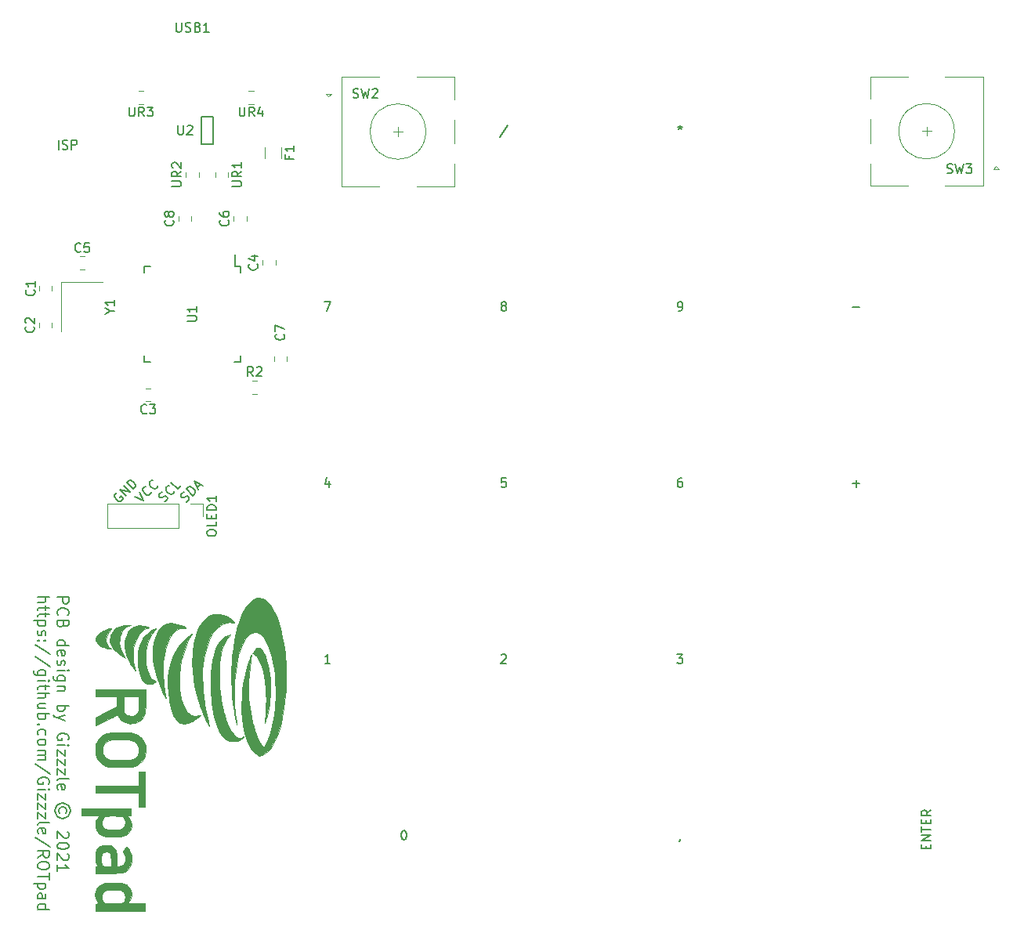
<source format=gbr>
G04 #@! TF.GenerationSoftware,KiCad,Pcbnew,(5.1.9)-1*
G04 #@! TF.CreationDate,2021-05-12T14:45:45+02:00*
G04 #@! TF.ProjectId,RotPad,526f7450-6164-42e6-9b69-6361645f7063,rev?*
G04 #@! TF.SameCoordinates,Original*
G04 #@! TF.FileFunction,Legend,Top*
G04 #@! TF.FilePolarity,Positive*
%FSLAX46Y46*%
G04 Gerber Fmt 4.6, Leading zero omitted, Abs format (unit mm)*
G04 Created by KiCad (PCBNEW (5.1.9)-1) date 2021-05-12 14:45:45*
%MOMM*%
%LPD*%
G01*
G04 APERTURE LIST*
%ADD10C,0.200000*%
%ADD11C,0.150000*%
%ADD12C,0.010000*%
%ADD13C,0.120000*%
G04 APERTURE END LIST*
D10*
X64761723Y-111545619D02*
X66011723Y-111545619D01*
X66011723Y-112021809D01*
X65952200Y-112140857D01*
X65892676Y-112200380D01*
X65773628Y-112259904D01*
X65595057Y-112259904D01*
X65476009Y-112200380D01*
X65416485Y-112140857D01*
X65356961Y-112021809D01*
X65356961Y-111545619D01*
X64880771Y-113509904D02*
X64821247Y-113450380D01*
X64761723Y-113271809D01*
X64761723Y-113152761D01*
X64821247Y-112974190D01*
X64940295Y-112855142D01*
X65059342Y-112795619D01*
X65297438Y-112736095D01*
X65476009Y-112736095D01*
X65714104Y-112795619D01*
X65833152Y-112855142D01*
X65952200Y-112974190D01*
X66011723Y-113152761D01*
X66011723Y-113271809D01*
X65952200Y-113450380D01*
X65892676Y-113509904D01*
X65416485Y-114462285D02*
X65356961Y-114640857D01*
X65297438Y-114700380D01*
X65178390Y-114759904D01*
X64999819Y-114759904D01*
X64880771Y-114700380D01*
X64821247Y-114640857D01*
X64761723Y-114521809D01*
X64761723Y-114045619D01*
X66011723Y-114045619D01*
X66011723Y-114462285D01*
X65952200Y-114581333D01*
X65892676Y-114640857D01*
X65773628Y-114700380D01*
X65654580Y-114700380D01*
X65535533Y-114640857D01*
X65476009Y-114581333D01*
X65416485Y-114462285D01*
X65416485Y-114045619D01*
X64761723Y-116783714D02*
X66011723Y-116783714D01*
X64821247Y-116783714D02*
X64761723Y-116664666D01*
X64761723Y-116426571D01*
X64821247Y-116307523D01*
X64880771Y-116248000D01*
X64999819Y-116188476D01*
X65356961Y-116188476D01*
X65476009Y-116248000D01*
X65535533Y-116307523D01*
X65595057Y-116426571D01*
X65595057Y-116664666D01*
X65535533Y-116783714D01*
X64821247Y-117855142D02*
X64761723Y-117736095D01*
X64761723Y-117498000D01*
X64821247Y-117378952D01*
X64940295Y-117319428D01*
X65416485Y-117319428D01*
X65535533Y-117378952D01*
X65595057Y-117498000D01*
X65595057Y-117736095D01*
X65535533Y-117855142D01*
X65416485Y-117914666D01*
X65297438Y-117914666D01*
X65178390Y-117319428D01*
X64821247Y-118390857D02*
X64761723Y-118509904D01*
X64761723Y-118748000D01*
X64821247Y-118867047D01*
X64940295Y-118926571D01*
X64999819Y-118926571D01*
X65118866Y-118867047D01*
X65178390Y-118748000D01*
X65178390Y-118569428D01*
X65237914Y-118450380D01*
X65356961Y-118390857D01*
X65416485Y-118390857D01*
X65535533Y-118450380D01*
X65595057Y-118569428D01*
X65595057Y-118748000D01*
X65535533Y-118867047D01*
X64761723Y-119462285D02*
X65595057Y-119462285D01*
X66011723Y-119462285D02*
X65952200Y-119402761D01*
X65892676Y-119462285D01*
X65952200Y-119521809D01*
X66011723Y-119462285D01*
X65892676Y-119462285D01*
X65595057Y-120593238D02*
X64583152Y-120593238D01*
X64464104Y-120533714D01*
X64404580Y-120474190D01*
X64345057Y-120355142D01*
X64345057Y-120176571D01*
X64404580Y-120057523D01*
X64821247Y-120593238D02*
X64761723Y-120474190D01*
X64761723Y-120236095D01*
X64821247Y-120117047D01*
X64880771Y-120057523D01*
X64999819Y-119998000D01*
X65356961Y-119998000D01*
X65476009Y-120057523D01*
X65535533Y-120117047D01*
X65595057Y-120236095D01*
X65595057Y-120474190D01*
X65535533Y-120593238D01*
X65595057Y-121188476D02*
X64761723Y-121188476D01*
X65476009Y-121188476D02*
X65535533Y-121248000D01*
X65595057Y-121367047D01*
X65595057Y-121545619D01*
X65535533Y-121664666D01*
X65416485Y-121724190D01*
X64761723Y-121724190D01*
X64761723Y-123271809D02*
X66011723Y-123271809D01*
X65535533Y-123271809D02*
X65595057Y-123390857D01*
X65595057Y-123628952D01*
X65535533Y-123748000D01*
X65476009Y-123807523D01*
X65356961Y-123867047D01*
X64999819Y-123867047D01*
X64880771Y-123807523D01*
X64821247Y-123748000D01*
X64761723Y-123628952D01*
X64761723Y-123390857D01*
X64821247Y-123271809D01*
X65595057Y-124283714D02*
X64761723Y-124581333D01*
X65595057Y-124878952D02*
X64761723Y-124581333D01*
X64464104Y-124462285D01*
X64404580Y-124402761D01*
X64345057Y-124283714D01*
X65952200Y-126962285D02*
X66011723Y-126843238D01*
X66011723Y-126664666D01*
X65952200Y-126486095D01*
X65833152Y-126367047D01*
X65714104Y-126307523D01*
X65476009Y-126248000D01*
X65297438Y-126248000D01*
X65059342Y-126307523D01*
X64940295Y-126367047D01*
X64821247Y-126486095D01*
X64761723Y-126664666D01*
X64761723Y-126783714D01*
X64821247Y-126962285D01*
X64880771Y-127021809D01*
X65297438Y-127021809D01*
X65297438Y-126783714D01*
X64761723Y-127557523D02*
X65595057Y-127557523D01*
X66011723Y-127557523D02*
X65952200Y-127498000D01*
X65892676Y-127557523D01*
X65952200Y-127617047D01*
X66011723Y-127557523D01*
X65892676Y-127557523D01*
X65595057Y-128033714D02*
X65595057Y-128688476D01*
X64761723Y-128033714D01*
X64761723Y-128688476D01*
X65595057Y-129045619D02*
X65595057Y-129700380D01*
X64761723Y-129045619D01*
X64761723Y-129700380D01*
X65595057Y-130057523D02*
X65595057Y-130712285D01*
X64761723Y-130057523D01*
X64761723Y-130712285D01*
X64761723Y-131367047D02*
X64821247Y-131248000D01*
X64940295Y-131188476D01*
X66011723Y-131188476D01*
X64821247Y-132319428D02*
X64761723Y-132200380D01*
X64761723Y-131962285D01*
X64821247Y-131843238D01*
X64940295Y-131783714D01*
X65416485Y-131783714D01*
X65535533Y-131843238D01*
X65595057Y-131962285D01*
X65595057Y-132200380D01*
X65535533Y-132319428D01*
X65416485Y-132378952D01*
X65297438Y-132378952D01*
X65178390Y-131783714D01*
X65714104Y-134878952D02*
X65773628Y-134759904D01*
X65773628Y-134521809D01*
X65714104Y-134402761D01*
X65595057Y-134283714D01*
X65476009Y-134224190D01*
X65237914Y-134224190D01*
X65118866Y-134283714D01*
X64999819Y-134402761D01*
X64940295Y-134521809D01*
X64940295Y-134759904D01*
X64999819Y-134878952D01*
X66190295Y-134640857D02*
X66130771Y-134343238D01*
X65952200Y-134045619D01*
X65654580Y-133867047D01*
X65356961Y-133807523D01*
X65059342Y-133867047D01*
X64761723Y-134045619D01*
X64583152Y-134343238D01*
X64523628Y-134640857D01*
X64583152Y-134938476D01*
X64761723Y-135236095D01*
X65059342Y-135414666D01*
X65356961Y-135474190D01*
X65654580Y-135414666D01*
X65952200Y-135236095D01*
X66130771Y-134938476D01*
X66190295Y-134640857D01*
X65892676Y-136902761D02*
X65952200Y-136962285D01*
X66011723Y-137081333D01*
X66011723Y-137378952D01*
X65952200Y-137498000D01*
X65892676Y-137557523D01*
X65773628Y-137617047D01*
X65654580Y-137617047D01*
X65476009Y-137557523D01*
X64761723Y-136843238D01*
X64761723Y-137617047D01*
X66011723Y-138390857D02*
X66011723Y-138509904D01*
X65952200Y-138628952D01*
X65892676Y-138688476D01*
X65773628Y-138748000D01*
X65535533Y-138807523D01*
X65237914Y-138807523D01*
X64999819Y-138748000D01*
X64880771Y-138688476D01*
X64821247Y-138628952D01*
X64761723Y-138509904D01*
X64761723Y-138390857D01*
X64821247Y-138271809D01*
X64880771Y-138212285D01*
X64999819Y-138152761D01*
X65237914Y-138093238D01*
X65535533Y-138093238D01*
X65773628Y-138152761D01*
X65892676Y-138212285D01*
X65952200Y-138271809D01*
X66011723Y-138390857D01*
X65892676Y-139283714D02*
X65952200Y-139343238D01*
X66011723Y-139462285D01*
X66011723Y-139759904D01*
X65952200Y-139878952D01*
X65892676Y-139938476D01*
X65773628Y-139998000D01*
X65654580Y-139998000D01*
X65476009Y-139938476D01*
X64761723Y-139224190D01*
X64761723Y-139998000D01*
X64761723Y-141188476D02*
X64761723Y-140474190D01*
X64761723Y-140831333D02*
X66011723Y-140831333D01*
X65833152Y-140712285D01*
X65714104Y-140593238D01*
X65654580Y-140474190D01*
X62686723Y-111545619D02*
X63936723Y-111545619D01*
X62686723Y-112081333D02*
X63341485Y-112081333D01*
X63460533Y-112021809D01*
X63520057Y-111902761D01*
X63520057Y-111724190D01*
X63460533Y-111605142D01*
X63401009Y-111545619D01*
X63520057Y-112498000D02*
X63520057Y-112974190D01*
X63936723Y-112676571D02*
X62865295Y-112676571D01*
X62746247Y-112736095D01*
X62686723Y-112855142D01*
X62686723Y-112974190D01*
X63520057Y-113212285D02*
X63520057Y-113688476D01*
X63936723Y-113390857D02*
X62865295Y-113390857D01*
X62746247Y-113450380D01*
X62686723Y-113569428D01*
X62686723Y-113688476D01*
X63520057Y-114105142D02*
X62270057Y-114105142D01*
X63460533Y-114105142D02*
X63520057Y-114224190D01*
X63520057Y-114462285D01*
X63460533Y-114581333D01*
X63401009Y-114640857D01*
X63281961Y-114700380D01*
X62924819Y-114700380D01*
X62805771Y-114640857D01*
X62746247Y-114581333D01*
X62686723Y-114462285D01*
X62686723Y-114224190D01*
X62746247Y-114105142D01*
X62746247Y-115176571D02*
X62686723Y-115295619D01*
X62686723Y-115533714D01*
X62746247Y-115652761D01*
X62865295Y-115712285D01*
X62924819Y-115712285D01*
X63043866Y-115652761D01*
X63103390Y-115533714D01*
X63103390Y-115355142D01*
X63162914Y-115236095D01*
X63281961Y-115176571D01*
X63341485Y-115176571D01*
X63460533Y-115236095D01*
X63520057Y-115355142D01*
X63520057Y-115533714D01*
X63460533Y-115652761D01*
X62805771Y-116248000D02*
X62746247Y-116307523D01*
X62686723Y-116248000D01*
X62746247Y-116188476D01*
X62805771Y-116248000D01*
X62686723Y-116248000D01*
X63460533Y-116248000D02*
X63401009Y-116307523D01*
X63341485Y-116248000D01*
X63401009Y-116188476D01*
X63460533Y-116248000D01*
X63341485Y-116248000D01*
X63996247Y-117736095D02*
X62389104Y-116664666D01*
X63996247Y-119045619D02*
X62389104Y-117974190D01*
X63520057Y-119998000D02*
X62508152Y-119998000D01*
X62389104Y-119938476D01*
X62329580Y-119878952D01*
X62270057Y-119759904D01*
X62270057Y-119581333D01*
X62329580Y-119462285D01*
X62746247Y-119998000D02*
X62686723Y-119878952D01*
X62686723Y-119640857D01*
X62746247Y-119521809D01*
X62805771Y-119462285D01*
X62924819Y-119402761D01*
X63281961Y-119402761D01*
X63401009Y-119462285D01*
X63460533Y-119521809D01*
X63520057Y-119640857D01*
X63520057Y-119878952D01*
X63460533Y-119998000D01*
X62686723Y-120593238D02*
X63520057Y-120593238D01*
X63936723Y-120593238D02*
X63877200Y-120533714D01*
X63817676Y-120593238D01*
X63877200Y-120652761D01*
X63936723Y-120593238D01*
X63817676Y-120593238D01*
X63520057Y-121009904D02*
X63520057Y-121486095D01*
X63936723Y-121188476D02*
X62865295Y-121188476D01*
X62746247Y-121248000D01*
X62686723Y-121367047D01*
X62686723Y-121486095D01*
X62686723Y-121902761D02*
X63936723Y-121902761D01*
X62686723Y-122438476D02*
X63341485Y-122438476D01*
X63460533Y-122378952D01*
X63520057Y-122259904D01*
X63520057Y-122081333D01*
X63460533Y-121962285D01*
X63401009Y-121902761D01*
X63520057Y-123569428D02*
X62686723Y-123569428D01*
X63520057Y-123033714D02*
X62865295Y-123033714D01*
X62746247Y-123093238D01*
X62686723Y-123212285D01*
X62686723Y-123390857D01*
X62746247Y-123509904D01*
X62805771Y-123569428D01*
X62686723Y-124164666D02*
X63936723Y-124164666D01*
X63460533Y-124164666D02*
X63520057Y-124283714D01*
X63520057Y-124521809D01*
X63460533Y-124640857D01*
X63401009Y-124700380D01*
X63281961Y-124759904D01*
X62924819Y-124759904D01*
X62805771Y-124700380D01*
X62746247Y-124640857D01*
X62686723Y-124521809D01*
X62686723Y-124283714D01*
X62746247Y-124164666D01*
X62805771Y-125295619D02*
X62746247Y-125355142D01*
X62686723Y-125295619D01*
X62746247Y-125236095D01*
X62805771Y-125295619D01*
X62686723Y-125295619D01*
X62746247Y-126426571D02*
X62686723Y-126307523D01*
X62686723Y-126069428D01*
X62746247Y-125950380D01*
X62805771Y-125890857D01*
X62924819Y-125831333D01*
X63281961Y-125831333D01*
X63401009Y-125890857D01*
X63460533Y-125950380D01*
X63520057Y-126069428D01*
X63520057Y-126307523D01*
X63460533Y-126426571D01*
X62686723Y-127140857D02*
X62746247Y-127021809D01*
X62805771Y-126962285D01*
X62924819Y-126902761D01*
X63281961Y-126902761D01*
X63401009Y-126962285D01*
X63460533Y-127021809D01*
X63520057Y-127140857D01*
X63520057Y-127319428D01*
X63460533Y-127438476D01*
X63401009Y-127498000D01*
X63281961Y-127557523D01*
X62924819Y-127557523D01*
X62805771Y-127498000D01*
X62746247Y-127438476D01*
X62686723Y-127319428D01*
X62686723Y-127140857D01*
X62686723Y-128093238D02*
X63520057Y-128093238D01*
X63401009Y-128093238D02*
X63460533Y-128152761D01*
X63520057Y-128271809D01*
X63520057Y-128450380D01*
X63460533Y-128569428D01*
X63341485Y-128628952D01*
X62686723Y-128628952D01*
X63341485Y-128628952D02*
X63460533Y-128688476D01*
X63520057Y-128807523D01*
X63520057Y-128986095D01*
X63460533Y-129105142D01*
X63341485Y-129164666D01*
X62686723Y-129164666D01*
X63996247Y-130652761D02*
X62389104Y-129581333D01*
X63877200Y-131724190D02*
X63936723Y-131605142D01*
X63936723Y-131426571D01*
X63877200Y-131248000D01*
X63758152Y-131128952D01*
X63639104Y-131069428D01*
X63401009Y-131009904D01*
X63222438Y-131009904D01*
X62984342Y-131069428D01*
X62865295Y-131128952D01*
X62746247Y-131248000D01*
X62686723Y-131426571D01*
X62686723Y-131545619D01*
X62746247Y-131724190D01*
X62805771Y-131783714D01*
X63222438Y-131783714D01*
X63222438Y-131545619D01*
X62686723Y-132319428D02*
X63520057Y-132319428D01*
X63936723Y-132319428D02*
X63877200Y-132259904D01*
X63817676Y-132319428D01*
X63877200Y-132378952D01*
X63936723Y-132319428D01*
X63817676Y-132319428D01*
X63520057Y-132795619D02*
X63520057Y-133450380D01*
X62686723Y-132795619D01*
X62686723Y-133450380D01*
X63520057Y-133807523D02*
X63520057Y-134462285D01*
X62686723Y-133807523D01*
X62686723Y-134462285D01*
X63520057Y-134819428D02*
X63520057Y-135474190D01*
X62686723Y-134819428D01*
X62686723Y-135474190D01*
X62686723Y-136128952D02*
X62746247Y-136009904D01*
X62865295Y-135950380D01*
X63936723Y-135950380D01*
X62746247Y-137081333D02*
X62686723Y-136962285D01*
X62686723Y-136724190D01*
X62746247Y-136605142D01*
X62865295Y-136545619D01*
X63341485Y-136545619D01*
X63460533Y-136605142D01*
X63520057Y-136724190D01*
X63520057Y-136962285D01*
X63460533Y-137081333D01*
X63341485Y-137140857D01*
X63222438Y-137140857D01*
X63103390Y-136545619D01*
X63996247Y-138569428D02*
X62389104Y-137498000D01*
X62686723Y-139700380D02*
X63281961Y-139283714D01*
X62686723Y-138986095D02*
X63936723Y-138986095D01*
X63936723Y-139462285D01*
X63877200Y-139581333D01*
X63817676Y-139640857D01*
X63698628Y-139700380D01*
X63520057Y-139700380D01*
X63401009Y-139640857D01*
X63341485Y-139581333D01*
X63281961Y-139462285D01*
X63281961Y-138986095D01*
X63936723Y-140474190D02*
X63936723Y-140712285D01*
X63877200Y-140831333D01*
X63758152Y-140950380D01*
X63520057Y-141009904D01*
X63103390Y-141009904D01*
X62865295Y-140950380D01*
X62746247Y-140831333D01*
X62686723Y-140712285D01*
X62686723Y-140474190D01*
X62746247Y-140355142D01*
X62865295Y-140236095D01*
X63103390Y-140176571D01*
X63520057Y-140176571D01*
X63758152Y-140236095D01*
X63877200Y-140355142D01*
X63936723Y-140474190D01*
X63936723Y-141367047D02*
X63936723Y-142081333D01*
X62686723Y-141724190D02*
X63936723Y-141724190D01*
X63520057Y-142498000D02*
X62270057Y-142498000D01*
X63460533Y-142498000D02*
X63520057Y-142617047D01*
X63520057Y-142855142D01*
X63460533Y-142974190D01*
X63401009Y-143033714D01*
X63281961Y-143093238D01*
X62924819Y-143093238D01*
X62805771Y-143033714D01*
X62746247Y-142974190D01*
X62686723Y-142855142D01*
X62686723Y-142617047D01*
X62746247Y-142498000D01*
X62686723Y-144164666D02*
X63341485Y-144164666D01*
X63460533Y-144105142D01*
X63520057Y-143986095D01*
X63520057Y-143748000D01*
X63460533Y-143628952D01*
X62746247Y-144164666D02*
X62686723Y-144045619D01*
X62686723Y-143748000D01*
X62746247Y-143628952D01*
X62865295Y-143569428D01*
X62984342Y-143569428D01*
X63103390Y-143628952D01*
X63162914Y-143748000D01*
X63162914Y-144045619D01*
X63222438Y-144164666D01*
X62686723Y-145295619D02*
X63936723Y-145295619D01*
X62746247Y-145295619D02*
X62686723Y-145176571D01*
X62686723Y-144938476D01*
X62746247Y-144819428D01*
X62805771Y-144759904D01*
X62924819Y-144700380D01*
X63281961Y-144700380D01*
X63401009Y-144759904D01*
X63460533Y-144819428D01*
X63520057Y-144938476D01*
X63520057Y-145176571D01*
X63460533Y-145295619D01*
D11*
X71234398Y-100288244D02*
X71133383Y-100321916D01*
X71032368Y-100422931D01*
X70965024Y-100557618D01*
X70965024Y-100692305D01*
X70998696Y-100793320D01*
X71099711Y-100961679D01*
X71200726Y-101062694D01*
X71369085Y-101163710D01*
X71470100Y-101197381D01*
X71604787Y-101197381D01*
X71739474Y-101130038D01*
X71806818Y-101062694D01*
X71874161Y-100928007D01*
X71874161Y-100860664D01*
X71638459Y-100624962D01*
X71503772Y-100759649D01*
X72244551Y-100624962D02*
X71537444Y-99917855D01*
X72648612Y-100220901D01*
X71941505Y-99513794D01*
X72985329Y-99884183D02*
X72278222Y-99177076D01*
X72446581Y-99008718D01*
X72581268Y-98941374D01*
X72715955Y-98941374D01*
X72816970Y-98975046D01*
X72985329Y-99076061D01*
X73086344Y-99177076D01*
X73187360Y-99345435D01*
X73221031Y-99446450D01*
X73221031Y-99581137D01*
X73153688Y-99715824D01*
X72985329Y-99884183D01*
X73177765Y-100658633D02*
X74120574Y-101130038D01*
X73649170Y-100187229D01*
X74928696Y-100187229D02*
X74928696Y-100254572D01*
X74861353Y-100389259D01*
X74794009Y-100456603D01*
X74659322Y-100523946D01*
X74524635Y-100523946D01*
X74423620Y-100490275D01*
X74255261Y-100389259D01*
X74154246Y-100288244D01*
X74053231Y-100119885D01*
X74019559Y-100018870D01*
X74019559Y-99884183D01*
X74086903Y-99749496D01*
X74154246Y-99682153D01*
X74288933Y-99614809D01*
X74356277Y-99614809D01*
X75635803Y-99480122D02*
X75635803Y-99547466D01*
X75568460Y-99682153D01*
X75501116Y-99749496D01*
X75366429Y-99816840D01*
X75231742Y-99816840D01*
X75130727Y-99783168D01*
X74962368Y-99682153D01*
X74861353Y-99581137D01*
X74760338Y-99412779D01*
X74726666Y-99311763D01*
X74726666Y-99177076D01*
X74794009Y-99042389D01*
X74861353Y-98975046D01*
X74996040Y-98907702D01*
X75063383Y-98907702D01*
X76333316Y-101231053D02*
X76468003Y-101163710D01*
X76636361Y-100995351D01*
X76670033Y-100894336D01*
X76670033Y-100826992D01*
X76636361Y-100725977D01*
X76569018Y-100658633D01*
X76468003Y-100624962D01*
X76400659Y-100624962D01*
X76299644Y-100658633D01*
X76131285Y-100759649D01*
X76030270Y-100793320D01*
X75962926Y-100793320D01*
X75861911Y-100759649D01*
X75794568Y-100692305D01*
X75760896Y-100591290D01*
X75760896Y-100523946D01*
X75794568Y-100422931D01*
X75962926Y-100254572D01*
X76097613Y-100187229D01*
X77410812Y-100086214D02*
X77410812Y-100153557D01*
X77343468Y-100288244D01*
X77276125Y-100355588D01*
X77141438Y-100422931D01*
X77006751Y-100422931D01*
X76905735Y-100389259D01*
X76737377Y-100288244D01*
X76636361Y-100187229D01*
X76535346Y-100018870D01*
X76501674Y-99917855D01*
X76501674Y-99783168D01*
X76569018Y-99648481D01*
X76636361Y-99581137D01*
X76771048Y-99513794D01*
X76838392Y-99513794D01*
X78117918Y-99513794D02*
X77781201Y-99850511D01*
X77074094Y-99143405D01*
X78697580Y-101247889D02*
X78832267Y-101180546D01*
X79000625Y-101012187D01*
X79034297Y-100911172D01*
X79034297Y-100843828D01*
X79000625Y-100742813D01*
X78933282Y-100675469D01*
X78832267Y-100641798D01*
X78764923Y-100641798D01*
X78663908Y-100675469D01*
X78495549Y-100776485D01*
X78394534Y-100810156D01*
X78327190Y-100810156D01*
X78226175Y-100776485D01*
X78158832Y-100709141D01*
X78125160Y-100608126D01*
X78125160Y-100540782D01*
X78158832Y-100439767D01*
X78327190Y-100271408D01*
X78461877Y-100204065D01*
X79438358Y-100574454D02*
X78731251Y-99867347D01*
X78899610Y-99698988D01*
X79034297Y-99631645D01*
X79168984Y-99631645D01*
X79270000Y-99665317D01*
X79438358Y-99766332D01*
X79539374Y-99867347D01*
X79640389Y-100035706D01*
X79674061Y-100136721D01*
X79674061Y-100271408D01*
X79606717Y-100406095D01*
X79438358Y-100574454D01*
X79909763Y-99698988D02*
X80246480Y-99362271D01*
X80044450Y-99968362D02*
X79573045Y-99025553D01*
X80515854Y-99496958D01*
D12*
G36*
X72760224Y-136556641D02*
G01*
X72658752Y-136795275D01*
X72505796Y-137007931D01*
X72324217Y-137168923D01*
X72204861Y-137247220D01*
X72085581Y-137308793D01*
X71955857Y-137355800D01*
X71805170Y-137390398D01*
X71623002Y-137414747D01*
X71398832Y-137431005D01*
X71122142Y-137441330D01*
X70980852Y-137444553D01*
X70662359Y-137448514D01*
X70401164Y-137445815D01*
X70187062Y-137435364D01*
X70009848Y-137416069D01*
X69859316Y-137386837D01*
X69725260Y-137346576D01*
X69604000Y-137297175D01*
X69368434Y-137165148D01*
X69186512Y-137003974D01*
X69046676Y-136802862D01*
X69020466Y-136752293D01*
X68964267Y-136628788D01*
X68929093Y-136520003D01*
X68908886Y-136399696D01*
X68897584Y-136241625D01*
X68896360Y-136214818D01*
X68896668Y-135973623D01*
X68924975Y-135779293D01*
X68986890Y-135614766D01*
X69088020Y-135462983D01*
X69175772Y-135364796D01*
X69350498Y-135184401D01*
X68366933Y-135175434D01*
X67383367Y-135166467D01*
X67373823Y-134809122D01*
X67372005Y-134659697D01*
X67374578Y-134536185D01*
X67380980Y-134453783D01*
X67387934Y-134428122D01*
X67424727Y-134424409D01*
X67524085Y-134420876D01*
X67680843Y-134417566D01*
X67889832Y-134414526D01*
X68145886Y-134411802D01*
X68443838Y-134409438D01*
X68778520Y-134407480D01*
X69144765Y-134405973D01*
X69537407Y-134404963D01*
X69951277Y-134404495D01*
X70081412Y-134404467D01*
X70638361Y-134404467D01*
X70638361Y-135187202D01*
X70412683Y-135189293D01*
X70236139Y-135197752D01*
X70099466Y-135214173D01*
X69993401Y-135240150D01*
X69908680Y-135277276D01*
X69836043Y-135327145D01*
X69769261Y-135388307D01*
X69648745Y-135555152D01*
X69584148Y-135754593D01*
X69576928Y-135978954D01*
X69617771Y-136186154D01*
X69698682Y-136360339D01*
X69831533Y-136501590D01*
X69974167Y-136593467D01*
X70058558Y-136619376D01*
X70197155Y-136640668D01*
X70376572Y-136657102D01*
X70583424Y-136668438D01*
X70804325Y-136674432D01*
X71025888Y-136674844D01*
X71234729Y-136669432D01*
X71417461Y-136657954D01*
X71560698Y-136640169D01*
X71631689Y-136623379D01*
X71780114Y-136549411D01*
X71916999Y-136437808D01*
X72025298Y-136306043D01*
X72087966Y-136171587D01*
X72092630Y-136150939D01*
X72110248Y-135959024D01*
X72097052Y-135762668D01*
X72056264Y-135585633D01*
X71999369Y-135463574D01*
X71942382Y-135384508D01*
X71882566Y-135322920D01*
X71810777Y-135276487D01*
X71717872Y-135242886D01*
X71594709Y-135219792D01*
X71432145Y-135204883D01*
X71221037Y-135195834D01*
X70952243Y-135190323D01*
X70922434Y-135189886D01*
X70638361Y-135187202D01*
X70638361Y-134404467D01*
X72751234Y-134404467D01*
X72751234Y-135183400D01*
X72312750Y-135183400D01*
X72466962Y-135337612D01*
X72635065Y-135550216D01*
X72747632Y-135788815D01*
X72805474Y-136043016D01*
X72809402Y-136302423D01*
X72760224Y-136556641D01*
G37*
X72760224Y-136556641D02*
X72658752Y-136795275D01*
X72505796Y-137007931D01*
X72324217Y-137168923D01*
X72204861Y-137247220D01*
X72085581Y-137308793D01*
X71955857Y-137355800D01*
X71805170Y-137390398D01*
X71623002Y-137414747D01*
X71398832Y-137431005D01*
X71122142Y-137441330D01*
X70980852Y-137444553D01*
X70662359Y-137448514D01*
X70401164Y-137445815D01*
X70187062Y-137435364D01*
X70009848Y-137416069D01*
X69859316Y-137386837D01*
X69725260Y-137346576D01*
X69604000Y-137297175D01*
X69368434Y-137165148D01*
X69186512Y-137003974D01*
X69046676Y-136802862D01*
X69020466Y-136752293D01*
X68964267Y-136628788D01*
X68929093Y-136520003D01*
X68908886Y-136399696D01*
X68897584Y-136241625D01*
X68896360Y-136214818D01*
X68896668Y-135973623D01*
X68924975Y-135779293D01*
X68986890Y-135614766D01*
X69088020Y-135462983D01*
X69175772Y-135364796D01*
X69350498Y-135184401D01*
X68366933Y-135175434D01*
X67383367Y-135166467D01*
X67373823Y-134809122D01*
X67372005Y-134659697D01*
X67374578Y-134536185D01*
X67380980Y-134453783D01*
X67387934Y-134428122D01*
X67424727Y-134424409D01*
X67524085Y-134420876D01*
X67680843Y-134417566D01*
X67889832Y-134414526D01*
X68145886Y-134411802D01*
X68443838Y-134409438D01*
X68778520Y-134407480D01*
X69144765Y-134405973D01*
X69537407Y-134404963D01*
X69951277Y-134404495D01*
X70081412Y-134404467D01*
X70638361Y-134404467D01*
X70638361Y-135187202D01*
X70412683Y-135189293D01*
X70236139Y-135197752D01*
X70099466Y-135214173D01*
X69993401Y-135240150D01*
X69908680Y-135277276D01*
X69836043Y-135327145D01*
X69769261Y-135388307D01*
X69648745Y-135555152D01*
X69584148Y-135754593D01*
X69576928Y-135978954D01*
X69617771Y-136186154D01*
X69698682Y-136360339D01*
X69831533Y-136501590D01*
X69974167Y-136593467D01*
X70058558Y-136619376D01*
X70197155Y-136640668D01*
X70376572Y-136657102D01*
X70583424Y-136668438D01*
X70804325Y-136674432D01*
X71025888Y-136674844D01*
X71234729Y-136669432D01*
X71417461Y-136657954D01*
X71560698Y-136640169D01*
X71631689Y-136623379D01*
X71780114Y-136549411D01*
X71916999Y-136437808D01*
X72025298Y-136306043D01*
X72087966Y-136171587D01*
X72092630Y-136150939D01*
X72110248Y-135959024D01*
X72097052Y-135762668D01*
X72056264Y-135585633D01*
X71999369Y-135463574D01*
X71942382Y-135384508D01*
X71882566Y-135322920D01*
X71810777Y-135276487D01*
X71717872Y-135242886D01*
X71594709Y-135219792D01*
X71432145Y-135204883D01*
X71221037Y-135195834D01*
X70952243Y-135190323D01*
X70922434Y-135189886D01*
X70638361Y-135187202D01*
X70638361Y-134404467D01*
X72751234Y-134404467D01*
X72751234Y-135183400D01*
X72312750Y-135183400D01*
X72466962Y-135337612D01*
X72635065Y-135550216D01*
X72747632Y-135788815D01*
X72805474Y-136043016D01*
X72809402Y-136302423D01*
X72760224Y-136556641D01*
G36*
X68922082Y-145445000D02*
G01*
X68941234Y-144683000D01*
X69136253Y-144666067D01*
X69331273Y-144649134D01*
X69190341Y-144513667D01*
X69091272Y-144399337D01*
X69000572Y-144263713D01*
X68968066Y-144201770D01*
X68908482Y-144019979D01*
X68874670Y-143804783D01*
X68869717Y-143586599D01*
X68889362Y-143426774D01*
X68978038Y-143151303D01*
X69117883Y-142919012D01*
X69310154Y-142728587D01*
X69556108Y-142578715D01*
X69787440Y-142488677D01*
X69867274Y-142465059D01*
X69944459Y-142446989D01*
X70029456Y-142433737D01*
X70132725Y-142424573D01*
X70264728Y-142418765D01*
X70435925Y-142415583D01*
X70656779Y-142414296D01*
X70837767Y-142414148D01*
X70837767Y-143192867D01*
X70592393Y-143193246D01*
X70404775Y-143194936D01*
X70264939Y-143198760D01*
X70162909Y-143205547D01*
X70088711Y-143216120D01*
X70032371Y-143231307D01*
X69983912Y-143251933D01*
X69957234Y-143265771D01*
X69852663Y-143331753D01*
X69760942Y-143405238D01*
X69743062Y-143423020D01*
X69653978Y-143561306D01*
X69596049Y-143740543D01*
X69573060Y-143939721D01*
X69588799Y-144137834D01*
X69603124Y-144199348D01*
X69683085Y-144369121D01*
X69814070Y-144513101D01*
X69955833Y-144602409D01*
X70008644Y-144623072D01*
X70070528Y-144638686D01*
X70151338Y-144649944D01*
X70260928Y-144657543D01*
X70409153Y-144662177D01*
X70605865Y-144664543D01*
X70847322Y-144665323D01*
X71143742Y-144663779D01*
X71380750Y-144656867D01*
X71566601Y-144642137D01*
X71709554Y-144617143D01*
X71817867Y-144579434D01*
X71899795Y-144526564D01*
X71963597Y-144456083D01*
X72017529Y-144365542D01*
X72044073Y-144310467D01*
X72082303Y-144181935D01*
X72103430Y-144017263D01*
X72106310Y-143844693D01*
X72089799Y-143692470D01*
X72071746Y-143626872D01*
X71990478Y-143490105D01*
X71859696Y-143360153D01*
X71718300Y-143265965D01*
X71669989Y-143241965D01*
X71619323Y-143223869D01*
X71556328Y-143210848D01*
X71471030Y-143202076D01*
X71353456Y-143196723D01*
X71193631Y-143193961D01*
X70981582Y-143192964D01*
X70837767Y-143192867D01*
X70837767Y-142414148D01*
X70854700Y-142414134D01*
X71162251Y-142415721D01*
X71412204Y-142421494D01*
X71614655Y-142433221D01*
X71779697Y-142452666D01*
X71917424Y-142481597D01*
X72037929Y-142521778D01*
X72151307Y-142574977D01*
X72267650Y-142642959D01*
X72307454Y-142668318D01*
X72505805Y-142834549D01*
X72656901Y-143039657D01*
X72759722Y-143273020D01*
X72813248Y-143524016D01*
X72816459Y-143782022D01*
X72768335Y-144036416D01*
X72667854Y-144276577D01*
X72513997Y-144491882D01*
X72485514Y-144522134D01*
X72344909Y-144666067D01*
X74275234Y-144666067D01*
X74275234Y-145445000D01*
X68922082Y-145445000D01*
G37*
X68922082Y-145445000D02*
X68941234Y-144683000D01*
X69136253Y-144666067D01*
X69331273Y-144649134D01*
X69190341Y-144513667D01*
X69091272Y-144399337D01*
X69000572Y-144263713D01*
X68968066Y-144201770D01*
X68908482Y-144019979D01*
X68874670Y-143804783D01*
X68869717Y-143586599D01*
X68889362Y-143426774D01*
X68978038Y-143151303D01*
X69117883Y-142919012D01*
X69310154Y-142728587D01*
X69556108Y-142578715D01*
X69787440Y-142488677D01*
X69867274Y-142465059D01*
X69944459Y-142446989D01*
X70029456Y-142433737D01*
X70132725Y-142424573D01*
X70264728Y-142418765D01*
X70435925Y-142415583D01*
X70656779Y-142414296D01*
X70837767Y-142414148D01*
X70837767Y-143192867D01*
X70592393Y-143193246D01*
X70404775Y-143194936D01*
X70264939Y-143198760D01*
X70162909Y-143205547D01*
X70088711Y-143216120D01*
X70032371Y-143231307D01*
X69983912Y-143251933D01*
X69957234Y-143265771D01*
X69852663Y-143331753D01*
X69760942Y-143405238D01*
X69743062Y-143423020D01*
X69653978Y-143561306D01*
X69596049Y-143740543D01*
X69573060Y-143939721D01*
X69588799Y-144137834D01*
X69603124Y-144199348D01*
X69683085Y-144369121D01*
X69814070Y-144513101D01*
X69955833Y-144602409D01*
X70008644Y-144623072D01*
X70070528Y-144638686D01*
X70151338Y-144649944D01*
X70260928Y-144657543D01*
X70409153Y-144662177D01*
X70605865Y-144664543D01*
X70847322Y-144665323D01*
X71143742Y-144663779D01*
X71380750Y-144656867D01*
X71566601Y-144642137D01*
X71709554Y-144617143D01*
X71817867Y-144579434D01*
X71899795Y-144526564D01*
X71963597Y-144456083D01*
X72017529Y-144365542D01*
X72044073Y-144310467D01*
X72082303Y-144181935D01*
X72103430Y-144017263D01*
X72106310Y-143844693D01*
X72089799Y-143692470D01*
X72071746Y-143626872D01*
X71990478Y-143490105D01*
X71859696Y-143360153D01*
X71718300Y-143265965D01*
X71669989Y-143241965D01*
X71619323Y-143223869D01*
X71556328Y-143210848D01*
X71471030Y-143202076D01*
X71353456Y-143196723D01*
X71193631Y-143193961D01*
X70981582Y-143192964D01*
X70837767Y-143192867D01*
X70837767Y-142414148D01*
X70854700Y-142414134D01*
X71162251Y-142415721D01*
X71412204Y-142421494D01*
X71614655Y-142433221D01*
X71779697Y-142452666D01*
X71917424Y-142481597D01*
X72037929Y-142521778D01*
X72151307Y-142574977D01*
X72267650Y-142642959D01*
X72307454Y-142668318D01*
X72505805Y-142834549D01*
X72656901Y-143039657D01*
X72759722Y-143273020D01*
X72813248Y-143524016D01*
X72816459Y-143782022D01*
X72768335Y-144036416D01*
X72667854Y-144276577D01*
X72513997Y-144491882D01*
X72485514Y-144522134D01*
X72344909Y-144666067D01*
X74275234Y-144666067D01*
X74275234Y-145445000D01*
X68922082Y-145445000D01*
G36*
X74317720Y-128320375D02*
G01*
X74289632Y-128537601D01*
X74245979Y-128711025D01*
X74104615Y-129027521D01*
X73918581Y-129296477D01*
X73684087Y-129521681D01*
X73397344Y-129706921D01*
X73127817Y-129828872D01*
X73067013Y-129851790D01*
X73010623Y-129870324D01*
X72950777Y-129885020D01*
X72879608Y-129896426D01*
X72789246Y-129905088D01*
X72671823Y-129911553D01*
X72519471Y-129916368D01*
X72324321Y-129920079D01*
X72078504Y-129923234D01*
X71774153Y-129926379D01*
X71716484Y-129926947D01*
X71362943Y-129929847D01*
X71068946Y-129930324D01*
X70826320Y-129927441D01*
X70626893Y-129920259D01*
X70462492Y-129907842D01*
X70324944Y-129889252D01*
X70206075Y-129863551D01*
X70097714Y-129829803D01*
X69991688Y-129787070D01*
X69879823Y-129734414D01*
X69832612Y-129710867D01*
X69553363Y-129533161D01*
X69314508Y-129304677D01*
X69122088Y-129033011D01*
X68982144Y-128725760D01*
X68940864Y-128589452D01*
X68910130Y-128412874D01*
X68894793Y-128195260D01*
X68894574Y-127961042D01*
X68909190Y-127734652D01*
X68938360Y-127540522D01*
X68953649Y-127478734D01*
X69079101Y-127159898D01*
X69259146Y-126877570D01*
X69488534Y-126636530D01*
X69762018Y-126441555D01*
X70074347Y-126297427D01*
X70329767Y-126225816D01*
X70453206Y-126208303D01*
X70632556Y-126194210D01*
X70856083Y-126183524D01*
X71112052Y-126176235D01*
X71388729Y-126172330D01*
X71674378Y-126171799D01*
X71721571Y-126172271D01*
X71721571Y-126958211D01*
X71480978Y-126960624D01*
X71193627Y-126964571D01*
X70965326Y-126968750D01*
X70787391Y-126973789D01*
X70651140Y-126980317D01*
X70547891Y-126988962D01*
X70468959Y-127000351D01*
X70405664Y-127015114D01*
X70349320Y-127033878D01*
X70322290Y-127044452D01*
X70075383Y-127175448D01*
X69882628Y-127347111D01*
X69743965Y-127559509D01*
X69679449Y-127731059D01*
X69651999Y-127899146D01*
X69649547Y-128098306D01*
X69670229Y-128299677D01*
X69712182Y-128474399D01*
X69730461Y-128521479D01*
X69862938Y-128738925D01*
X70048392Y-128918187D01*
X70253168Y-129040263D01*
X70465234Y-129138200D01*
X71582834Y-129138200D01*
X71894040Y-129137859D01*
X72145430Y-129136584D01*
X72344918Y-129134003D01*
X72500420Y-129129738D01*
X72619849Y-129123417D01*
X72711122Y-129114665D01*
X72782151Y-129103106D01*
X72840854Y-129088365D01*
X72875923Y-129076979D01*
X73113637Y-128960942D01*
X73306112Y-128797982D01*
X73449688Y-128594648D01*
X73540703Y-128357491D01*
X73575495Y-128093058D01*
X73558751Y-127855644D01*
X73501822Y-127628151D01*
X73404552Y-127441188D01*
X73270570Y-127287591D01*
X73173206Y-127201244D01*
X73075240Y-127130639D01*
X72968920Y-127074359D01*
X72846497Y-127030988D01*
X72700220Y-126999111D01*
X72522339Y-126977310D01*
X72305104Y-126964170D01*
X72040765Y-126958276D01*
X71721571Y-126958211D01*
X71721571Y-126172271D01*
X71957266Y-126174629D01*
X72225656Y-126180810D01*
X72467816Y-126190330D01*
X72672009Y-126203178D01*
X72826501Y-126219342D01*
X72879662Y-126228296D01*
X73203969Y-126321275D01*
X73487416Y-126461945D01*
X73743292Y-126657310D01*
X73804811Y-126715815D01*
X73971710Y-126899759D01*
X74100472Y-127089857D01*
X74205704Y-127309941D01*
X74262084Y-127461800D01*
X74301745Y-127631983D01*
X74324053Y-127846110D01*
X74329286Y-128082726D01*
X74317720Y-128320375D01*
G37*
X74317720Y-128320375D02*
X74289632Y-128537601D01*
X74245979Y-128711025D01*
X74104615Y-129027521D01*
X73918581Y-129296477D01*
X73684087Y-129521681D01*
X73397344Y-129706921D01*
X73127817Y-129828872D01*
X73067013Y-129851790D01*
X73010623Y-129870324D01*
X72950777Y-129885020D01*
X72879608Y-129896426D01*
X72789246Y-129905088D01*
X72671823Y-129911553D01*
X72519471Y-129916368D01*
X72324321Y-129920079D01*
X72078504Y-129923234D01*
X71774153Y-129926379D01*
X71716484Y-129926947D01*
X71362943Y-129929847D01*
X71068946Y-129930324D01*
X70826320Y-129927441D01*
X70626893Y-129920259D01*
X70462492Y-129907842D01*
X70324944Y-129889252D01*
X70206075Y-129863551D01*
X70097714Y-129829803D01*
X69991688Y-129787070D01*
X69879823Y-129734414D01*
X69832612Y-129710867D01*
X69553363Y-129533161D01*
X69314508Y-129304677D01*
X69122088Y-129033011D01*
X68982144Y-128725760D01*
X68940864Y-128589452D01*
X68910130Y-128412874D01*
X68894793Y-128195260D01*
X68894574Y-127961042D01*
X68909190Y-127734652D01*
X68938360Y-127540522D01*
X68953649Y-127478734D01*
X69079101Y-127159898D01*
X69259146Y-126877570D01*
X69488534Y-126636530D01*
X69762018Y-126441555D01*
X70074347Y-126297427D01*
X70329767Y-126225816D01*
X70453206Y-126208303D01*
X70632556Y-126194210D01*
X70856083Y-126183524D01*
X71112052Y-126176235D01*
X71388729Y-126172330D01*
X71674378Y-126171799D01*
X71721571Y-126172271D01*
X71721571Y-126958211D01*
X71480978Y-126960624D01*
X71193627Y-126964571D01*
X70965326Y-126968750D01*
X70787391Y-126973789D01*
X70651140Y-126980317D01*
X70547891Y-126988962D01*
X70468959Y-127000351D01*
X70405664Y-127015114D01*
X70349320Y-127033878D01*
X70322290Y-127044452D01*
X70075383Y-127175448D01*
X69882628Y-127347111D01*
X69743965Y-127559509D01*
X69679449Y-127731059D01*
X69651999Y-127899146D01*
X69649547Y-128098306D01*
X69670229Y-128299677D01*
X69712182Y-128474399D01*
X69730461Y-128521479D01*
X69862938Y-128738925D01*
X70048392Y-128918187D01*
X70253168Y-129040263D01*
X70465234Y-129138200D01*
X71582834Y-129138200D01*
X71894040Y-129137859D01*
X72145430Y-129136584D01*
X72344918Y-129134003D01*
X72500420Y-129129738D01*
X72619849Y-129123417D01*
X72711122Y-129114665D01*
X72782151Y-129103106D01*
X72840854Y-129088365D01*
X72875923Y-129076979D01*
X73113637Y-128960942D01*
X73306112Y-128797982D01*
X73449688Y-128594648D01*
X73540703Y-128357491D01*
X73575495Y-128093058D01*
X73558751Y-127855644D01*
X73501822Y-127628151D01*
X73404552Y-127441188D01*
X73270570Y-127287591D01*
X73173206Y-127201244D01*
X73075240Y-127130639D01*
X72968920Y-127074359D01*
X72846497Y-127030988D01*
X72700220Y-126999111D01*
X72522339Y-126977310D01*
X72305104Y-126964170D01*
X72040765Y-126958276D01*
X71721571Y-126958211D01*
X71721571Y-126172271D01*
X71957266Y-126174629D01*
X72225656Y-126180810D01*
X72467816Y-126190330D01*
X72672009Y-126203178D01*
X72826501Y-126219342D01*
X72879662Y-126228296D01*
X73203969Y-126321275D01*
X73487416Y-126461945D01*
X73743292Y-126657310D01*
X73804811Y-126715815D01*
X73971710Y-126899759D01*
X74100472Y-127089857D01*
X74205704Y-127309941D01*
X74262084Y-127461800D01*
X74301745Y-127631983D01*
X74324053Y-127846110D01*
X74329286Y-128082726D01*
X74317720Y-128320375D01*
G36*
X72788884Y-140178386D02*
G01*
X72753555Y-140392335D01*
X72721468Y-140503560D01*
X72590731Y-140781948D01*
X72418804Y-141006642D01*
X72234617Y-141159250D01*
X72153634Y-141210794D01*
X72075929Y-141253687D01*
X71994557Y-141288719D01*
X71902570Y-141316682D01*
X71793024Y-141338367D01*
X71658971Y-141354567D01*
X71493466Y-141366073D01*
X71289563Y-141373676D01*
X71040316Y-141378168D01*
X70738779Y-141380340D01*
X70378005Y-141380985D01*
X70288785Y-141381000D01*
X68924300Y-141381000D01*
X68924300Y-140669800D01*
X69198488Y-140669800D01*
X69098805Y-140524916D01*
X69028930Y-140402902D01*
X68966140Y-140259830D01*
X68944778Y-140197036D01*
X68914501Y-140043611D01*
X68897403Y-139847095D01*
X68893531Y-139630842D01*
X68902928Y-139418208D01*
X68925640Y-139232550D01*
X68942763Y-139154290D01*
X69021146Y-138925874D01*
X69124619Y-138744510D01*
X69264368Y-138590959D01*
X69276784Y-138579885D01*
X69454519Y-138455873D01*
X69660263Y-138376512D01*
X69905814Y-138338065D01*
X70016732Y-138334339D01*
X70016732Y-139056585D01*
X69850991Y-139090326D01*
X69723761Y-139162052D01*
X69627107Y-139279952D01*
X69553096Y-139452215D01*
X69520146Y-139569133D01*
X69511249Y-139654010D01*
X69510846Y-139784957D01*
X69517608Y-139941028D01*
X69530204Y-140101274D01*
X69547308Y-140244750D01*
X69567588Y-140350509D01*
X69570335Y-140360217D01*
X69617302Y-140468951D01*
X69680633Y-140561753D01*
X69693927Y-140575460D01*
X69735071Y-140608760D01*
X69783984Y-140631582D01*
X69854468Y-140646432D01*
X69960325Y-140655818D01*
X70115358Y-140662247D01*
X70182620Y-140664230D01*
X70589019Y-140675593D01*
X70577926Y-140014682D01*
X70573551Y-139784692D01*
X70568495Y-139612226D01*
X70561662Y-139487075D01*
X70551954Y-139399031D01*
X70538277Y-139337886D01*
X70519534Y-139293431D01*
X70496693Y-139258253D01*
X70365726Y-139132108D01*
X70201971Y-139065083D01*
X70016732Y-139056585D01*
X70016732Y-138334339D01*
X70056576Y-138333000D01*
X70303610Y-138344780D01*
X70502287Y-138383773D01*
X70668403Y-138455460D01*
X70817754Y-138565322D01*
X70870671Y-138615487D01*
X70957467Y-138706468D01*
X71025861Y-138792295D01*
X71078220Y-138882644D01*
X71116906Y-138987188D01*
X71144285Y-139115604D01*
X71162720Y-139277566D01*
X71174576Y-139482750D01*
X71182217Y-139740831D01*
X71185384Y-139903389D01*
X71199004Y-140677911D01*
X71407852Y-140654503D01*
X71651599Y-140606012D01*
X71841594Y-140519255D01*
X71982163Y-140390816D01*
X72077633Y-140217282D01*
X72113312Y-140097825D01*
X72133290Y-139892633D01*
X72110621Y-139660370D01*
X72048959Y-139423404D01*
X71974087Y-139245625D01*
X71876162Y-139052922D01*
X72066356Y-138777437D01*
X72256549Y-138501952D01*
X72365989Y-138608025D01*
X72469947Y-138734628D01*
X72575859Y-138908960D01*
X72673309Y-139112156D01*
X72737658Y-139281267D01*
X72779953Y-139465882D01*
X72802387Y-139692228D01*
X72805262Y-139937374D01*
X72788884Y-140178386D01*
G37*
X72788884Y-140178386D02*
X72753555Y-140392335D01*
X72721468Y-140503560D01*
X72590731Y-140781948D01*
X72418804Y-141006642D01*
X72234617Y-141159250D01*
X72153634Y-141210794D01*
X72075929Y-141253687D01*
X71994557Y-141288719D01*
X71902570Y-141316682D01*
X71793024Y-141338367D01*
X71658971Y-141354567D01*
X71493466Y-141366073D01*
X71289563Y-141373676D01*
X71040316Y-141378168D01*
X70738779Y-141380340D01*
X70378005Y-141380985D01*
X70288785Y-141381000D01*
X68924300Y-141381000D01*
X68924300Y-140669800D01*
X69198488Y-140669800D01*
X69098805Y-140524916D01*
X69028930Y-140402902D01*
X68966140Y-140259830D01*
X68944778Y-140197036D01*
X68914501Y-140043611D01*
X68897403Y-139847095D01*
X68893531Y-139630842D01*
X68902928Y-139418208D01*
X68925640Y-139232550D01*
X68942763Y-139154290D01*
X69021146Y-138925874D01*
X69124619Y-138744510D01*
X69264368Y-138590959D01*
X69276784Y-138579885D01*
X69454519Y-138455873D01*
X69660263Y-138376512D01*
X69905814Y-138338065D01*
X70016732Y-138334339D01*
X70016732Y-139056585D01*
X69850991Y-139090326D01*
X69723761Y-139162052D01*
X69627107Y-139279952D01*
X69553096Y-139452215D01*
X69520146Y-139569133D01*
X69511249Y-139654010D01*
X69510846Y-139784957D01*
X69517608Y-139941028D01*
X69530204Y-140101274D01*
X69547308Y-140244750D01*
X69567588Y-140350509D01*
X69570335Y-140360217D01*
X69617302Y-140468951D01*
X69680633Y-140561753D01*
X69693927Y-140575460D01*
X69735071Y-140608760D01*
X69783984Y-140631582D01*
X69854468Y-140646432D01*
X69960325Y-140655818D01*
X70115358Y-140662247D01*
X70182620Y-140664230D01*
X70589019Y-140675593D01*
X70577926Y-140014682D01*
X70573551Y-139784692D01*
X70568495Y-139612226D01*
X70561662Y-139487075D01*
X70551954Y-139399031D01*
X70538277Y-139337886D01*
X70519534Y-139293431D01*
X70496693Y-139258253D01*
X70365726Y-139132108D01*
X70201971Y-139065083D01*
X70016732Y-139056585D01*
X70016732Y-138334339D01*
X70056576Y-138333000D01*
X70303610Y-138344780D01*
X70502287Y-138383773D01*
X70668403Y-138455460D01*
X70817754Y-138565322D01*
X70870671Y-138615487D01*
X70957467Y-138706468D01*
X71025861Y-138792295D01*
X71078220Y-138882644D01*
X71116906Y-138987188D01*
X71144285Y-139115604D01*
X71162720Y-139277566D01*
X71174576Y-139482750D01*
X71182217Y-139740831D01*
X71185384Y-139903389D01*
X71199004Y-140677911D01*
X71407852Y-140654503D01*
X71651599Y-140606012D01*
X71841594Y-140519255D01*
X71982163Y-140390816D01*
X72077633Y-140217282D01*
X72113312Y-140097825D01*
X72133290Y-139892633D01*
X72110621Y-139660370D01*
X72048959Y-139423404D01*
X71974087Y-139245625D01*
X71876162Y-139052922D01*
X72066356Y-138777437D01*
X72256549Y-138501952D01*
X72365989Y-138608025D01*
X72469947Y-138734628D01*
X72575859Y-138908960D01*
X72673309Y-139112156D01*
X72737658Y-139281267D01*
X72779953Y-139465882D01*
X72802387Y-139692228D01*
X72805262Y-139937374D01*
X72788884Y-140178386D01*
G36*
X70595091Y-114958976D02*
G01*
X70524953Y-115044796D01*
X70505316Y-115066840D01*
X70320336Y-115308794D01*
X70178106Y-115570481D01*
X70082038Y-115840394D01*
X70035550Y-116107023D01*
X70042055Y-116358857D01*
X70076879Y-116510894D01*
X70165823Y-116701841D01*
X70297581Y-116884202D01*
X70451008Y-117028896D01*
X70456334Y-117032793D01*
X70593930Y-117132467D01*
X70474658Y-117132467D01*
X70357193Y-117120874D01*
X70197060Y-117089742D01*
X70014537Y-117044542D01*
X69829901Y-116990742D01*
X69663431Y-116933815D01*
X69535405Y-116879229D01*
X69534857Y-116878952D01*
X69345403Y-116762384D01*
X69179468Y-116621180D01*
X69051304Y-116469426D01*
X68977456Y-116328136D01*
X68935527Y-116165589D01*
X68933895Y-116020317D01*
X68963625Y-115882327D01*
X69014302Y-115783693D01*
X69109456Y-115663136D01*
X69235581Y-115533746D01*
X69379171Y-115408612D01*
X69526722Y-115300823D01*
X69621761Y-115244464D01*
X69731531Y-115192633D01*
X69876030Y-115132533D01*
X70039914Y-115069611D01*
X70207835Y-115009317D01*
X70364449Y-114957098D01*
X70494408Y-114918404D01*
X70582367Y-114898683D01*
X70599661Y-114897267D01*
X70618920Y-114911729D01*
X70595091Y-114958976D01*
G37*
X70595091Y-114958976D02*
X70524953Y-115044796D01*
X70505316Y-115066840D01*
X70320336Y-115308794D01*
X70178106Y-115570481D01*
X70082038Y-115840394D01*
X70035550Y-116107023D01*
X70042055Y-116358857D01*
X70076879Y-116510894D01*
X70165823Y-116701841D01*
X70297581Y-116884202D01*
X70451008Y-117028896D01*
X70456334Y-117032793D01*
X70593930Y-117132467D01*
X70474658Y-117132467D01*
X70357193Y-117120874D01*
X70197060Y-117089742D01*
X70014537Y-117044542D01*
X69829901Y-116990742D01*
X69663431Y-116933815D01*
X69535405Y-116879229D01*
X69534857Y-116878952D01*
X69345403Y-116762384D01*
X69179468Y-116621180D01*
X69051304Y-116469426D01*
X68977456Y-116328136D01*
X68935527Y-116165589D01*
X68933895Y-116020317D01*
X68963625Y-115882327D01*
X69014302Y-115783693D01*
X69109456Y-115663136D01*
X69235581Y-115533746D01*
X69379171Y-115408612D01*
X69526722Y-115300823D01*
X69621761Y-115244464D01*
X69731531Y-115192633D01*
X69876030Y-115132533D01*
X70039914Y-115069611D01*
X70207835Y-115009317D01*
X70364449Y-114957098D01*
X70494408Y-114918404D01*
X70582367Y-114898683D01*
X70599661Y-114897267D01*
X70618920Y-114911729D01*
X70595091Y-114958976D01*
G36*
X74308843Y-122559600D02*
G01*
X74307786Y-122927636D01*
X74304306Y-123235596D01*
X74297636Y-123491118D01*
X74287012Y-123701842D01*
X74271667Y-123875403D01*
X74250837Y-124019441D01*
X74223754Y-124141593D01*
X74189655Y-124249497D01*
X74147773Y-124350790D01*
X74124372Y-124399933D01*
X73961875Y-124656042D01*
X73752455Y-124867865D01*
X73503198Y-125031989D01*
X73221192Y-125145003D01*
X72913522Y-125203493D01*
X72587277Y-125204048D01*
X72480451Y-125191481D01*
X72161786Y-125114939D01*
X71883269Y-124985389D01*
X71647243Y-124804416D01*
X71456051Y-124573604D01*
X71383083Y-124449763D01*
X71258017Y-124211761D01*
X71081759Y-124308908D01*
X70978238Y-124365184D01*
X70834615Y-124442150D01*
X70659062Y-124535522D01*
X70459753Y-124641016D01*
X70244864Y-124754346D01*
X70022569Y-124871229D01*
X69801041Y-124987380D01*
X69588454Y-125098514D01*
X69392984Y-125200347D01*
X69222803Y-125288594D01*
X69086087Y-125358972D01*
X68991009Y-125407196D01*
X68945744Y-125428980D01*
X68943244Y-125429800D01*
X68936261Y-125398010D01*
X68930438Y-125310942D01*
X68926301Y-125181048D01*
X68924375Y-125020779D01*
X68924300Y-124980832D01*
X68924300Y-124531863D01*
X70058834Y-123964898D01*
X71193367Y-123397932D01*
X71193367Y-122280200D01*
X68924300Y-122280200D01*
X68924300Y-121535134D01*
X71935123Y-121535134D01*
X71935123Y-122280200D01*
X71955367Y-123967400D01*
X72058772Y-124095083D01*
X72153747Y-124190991D01*
X72264352Y-124274250D01*
X72295838Y-124292422D01*
X72433571Y-124340367D01*
X72611069Y-124369089D01*
X72802643Y-124376782D01*
X72982602Y-124361635D01*
X73056425Y-124345962D01*
X73205129Y-124277917D01*
X73346518Y-124165211D01*
X73460623Y-124027284D01*
X73526080Y-123888755D01*
X73538623Y-123808133D01*
X73549097Y-123669615D01*
X73557075Y-123483018D01*
X73562132Y-123258159D01*
X73563845Y-123016800D01*
X73564034Y-122280200D01*
X71935123Y-122280200D01*
X71935123Y-121535134D01*
X74309101Y-121535134D01*
X74308843Y-122559600D01*
G37*
X74308843Y-122559600D02*
X74307786Y-122927636D01*
X74304306Y-123235596D01*
X74297636Y-123491118D01*
X74287012Y-123701842D01*
X74271667Y-123875403D01*
X74250837Y-124019441D01*
X74223754Y-124141593D01*
X74189655Y-124249497D01*
X74147773Y-124350790D01*
X74124372Y-124399933D01*
X73961875Y-124656042D01*
X73752455Y-124867865D01*
X73503198Y-125031989D01*
X73221192Y-125145003D01*
X72913522Y-125203493D01*
X72587277Y-125204048D01*
X72480451Y-125191481D01*
X72161786Y-125114939D01*
X71883269Y-124985389D01*
X71647243Y-124804416D01*
X71456051Y-124573604D01*
X71383083Y-124449763D01*
X71258017Y-124211761D01*
X71081759Y-124308908D01*
X70978238Y-124365184D01*
X70834615Y-124442150D01*
X70659062Y-124535522D01*
X70459753Y-124641016D01*
X70244864Y-124754346D01*
X70022569Y-124871229D01*
X69801041Y-124987380D01*
X69588454Y-125098514D01*
X69392984Y-125200347D01*
X69222803Y-125288594D01*
X69086087Y-125358972D01*
X68991009Y-125407196D01*
X68945744Y-125428980D01*
X68943244Y-125429800D01*
X68936261Y-125398010D01*
X68930438Y-125310942D01*
X68926301Y-125181048D01*
X68924375Y-125020779D01*
X68924300Y-124980832D01*
X68924300Y-124531863D01*
X70058834Y-123964898D01*
X71193367Y-123397932D01*
X71193367Y-122280200D01*
X68924300Y-122280200D01*
X68924300Y-121535134D01*
X71935123Y-121535134D01*
X71935123Y-122280200D01*
X71955367Y-123967400D01*
X72058772Y-124095083D01*
X72153747Y-124190991D01*
X72264352Y-124274250D01*
X72295838Y-124292422D01*
X72433571Y-124340367D01*
X72611069Y-124369089D01*
X72802643Y-124376782D01*
X72982602Y-124361635D01*
X73056425Y-124345962D01*
X73205129Y-124277917D01*
X73346518Y-124165211D01*
X73460623Y-124027284D01*
X73526080Y-123888755D01*
X73538623Y-123808133D01*
X73549097Y-123669615D01*
X73557075Y-123483018D01*
X73562132Y-123258159D01*
X73563845Y-123016800D01*
X73564034Y-122280200D01*
X71935123Y-122280200D01*
X71935123Y-121535134D01*
X74309101Y-121535134D01*
X74308843Y-122559600D01*
G36*
X73564034Y-134201267D02*
G01*
X73564034Y-132677267D01*
X68924300Y-132677267D01*
X68924300Y-131932200D01*
X73564034Y-131932200D01*
X73564034Y-130408200D01*
X74275234Y-130408200D01*
X74275234Y-134201267D01*
X73564034Y-134201267D01*
G37*
X73564034Y-134201267D02*
X73564034Y-132677267D01*
X68924300Y-132677267D01*
X68924300Y-131932200D01*
X73564034Y-131932200D01*
X73564034Y-130408200D01*
X74275234Y-130408200D01*
X74275234Y-134201267D01*
X73564034Y-134201267D01*
G36*
X72507539Y-114659427D02*
G01*
X72249369Y-114774079D01*
X72025086Y-114944373D01*
X71837200Y-115165922D01*
X71688221Y-115434340D01*
X71580659Y-115745240D01*
X71517023Y-116094236D01*
X71499343Y-116421267D01*
X71528226Y-116831866D01*
X71615855Y-117210810D01*
X71763696Y-117562598D01*
X71973217Y-117891731D01*
X71983431Y-117905180D01*
X72146961Y-118119094D01*
X72034231Y-118062028D01*
X71742180Y-117896034D01*
X71454450Y-117699079D01*
X71189250Y-117485119D01*
X70964788Y-117268109D01*
X70894786Y-117188735D01*
X70693187Y-116902452D01*
X70555513Y-116603700D01*
X70482929Y-116296157D01*
X70476602Y-115983501D01*
X70486141Y-115900516D01*
X70552952Y-115638567D01*
X70671860Y-115383407D01*
X70832544Y-115149939D01*
X71024684Y-114953066D01*
X71237961Y-114807690D01*
X71245677Y-114803720D01*
X71446033Y-114720102D01*
X71682394Y-114650370D01*
X71934924Y-114597959D01*
X72183786Y-114566305D01*
X72409143Y-114558844D01*
X72569290Y-114574447D01*
X72700434Y-114599387D01*
X72507539Y-114659427D01*
G37*
X72507539Y-114659427D02*
X72249369Y-114774079D01*
X72025086Y-114944373D01*
X71837200Y-115165922D01*
X71688221Y-115434340D01*
X71580659Y-115745240D01*
X71517023Y-116094236D01*
X71499343Y-116421267D01*
X71528226Y-116831866D01*
X71615855Y-117210810D01*
X71763696Y-117562598D01*
X71973217Y-117891731D01*
X71983431Y-117905180D01*
X72146961Y-118119094D01*
X72034231Y-118062028D01*
X71742180Y-117896034D01*
X71454450Y-117699079D01*
X71189250Y-117485119D01*
X70964788Y-117268109D01*
X70894786Y-117188735D01*
X70693187Y-116902452D01*
X70555513Y-116603700D01*
X70482929Y-116296157D01*
X70476602Y-115983501D01*
X70486141Y-115900516D01*
X70552952Y-115638567D01*
X70671860Y-115383407D01*
X70832544Y-115149939D01*
X71024684Y-114953066D01*
X71237961Y-114807690D01*
X71245677Y-114803720D01*
X71446033Y-114720102D01*
X71682394Y-114650370D01*
X71934924Y-114597959D01*
X72183786Y-114566305D01*
X72409143Y-114558844D01*
X72569290Y-114574447D01*
X72700434Y-114599387D01*
X72507539Y-114659427D01*
G36*
X74696076Y-114859317D02*
G01*
X74627558Y-114873894D01*
X74609817Y-114876636D01*
X74335353Y-114951848D01*
X74077342Y-115092484D01*
X73836199Y-115298164D01*
X73612334Y-115568508D01*
X73406160Y-115903133D01*
X73323539Y-116065667D01*
X73136989Y-116531164D01*
X73011959Y-117021378D01*
X72948688Y-117532175D01*
X72947412Y-118059427D01*
X73008370Y-118599000D01*
X73131799Y-119146765D01*
X73144000Y-119189509D01*
X73179694Y-119319397D01*
X73204360Y-119422474D01*
X73214452Y-119483230D01*
X73213298Y-119492625D01*
X73186969Y-119475139D01*
X73131230Y-119411792D01*
X73053880Y-119313318D01*
X72962717Y-119190453D01*
X72865541Y-119053933D01*
X72770151Y-118914492D01*
X72684346Y-118782868D01*
X72617375Y-118672333D01*
X72405765Y-118254612D01*
X72241208Y-117827242D01*
X72126032Y-117400071D01*
X72062560Y-116982949D01*
X72053118Y-116585724D01*
X72073348Y-116368105D01*
X72147747Y-116005676D01*
X72262544Y-115671170D01*
X72413257Y-115372076D01*
X72595406Y-115115881D01*
X72804509Y-114910072D01*
X73033727Y-114763279D01*
X73325994Y-114658484D01*
X73645779Y-114613025D01*
X73987726Y-114627018D01*
X74346480Y-114700578D01*
X74451876Y-114732735D01*
X74599482Y-114782653D01*
X74686445Y-114817712D01*
X74717174Y-114841928D01*
X74696076Y-114859317D01*
G37*
X74696076Y-114859317D02*
X74627558Y-114873894D01*
X74609817Y-114876636D01*
X74335353Y-114951848D01*
X74077342Y-115092484D01*
X73836199Y-115298164D01*
X73612334Y-115568508D01*
X73406160Y-115903133D01*
X73323539Y-116065667D01*
X73136989Y-116531164D01*
X73011959Y-117021378D01*
X72948688Y-117532175D01*
X72947412Y-118059427D01*
X73008370Y-118599000D01*
X73131799Y-119146765D01*
X73144000Y-119189509D01*
X73179694Y-119319397D01*
X73204360Y-119422474D01*
X73214452Y-119483230D01*
X73213298Y-119492625D01*
X73186969Y-119475139D01*
X73131230Y-119411792D01*
X73053880Y-119313318D01*
X72962717Y-119190453D01*
X72865541Y-119053933D01*
X72770151Y-118914492D01*
X72684346Y-118782868D01*
X72617375Y-118672333D01*
X72405765Y-118254612D01*
X72241208Y-117827242D01*
X72126032Y-117400071D01*
X72062560Y-116982949D01*
X72053118Y-116585724D01*
X72073348Y-116368105D01*
X72147747Y-116005676D01*
X72262544Y-115671170D01*
X72413257Y-115372076D01*
X72595406Y-115115881D01*
X72804509Y-114910072D01*
X73033727Y-114763279D01*
X73325994Y-114658484D01*
X73645779Y-114613025D01*
X73987726Y-114627018D01*
X74346480Y-114700578D01*
X74451876Y-114732735D01*
X74599482Y-114782653D01*
X74686445Y-114817712D01*
X74717174Y-114841928D01*
X74696076Y-114859317D01*
G36*
X75306306Y-120782780D02*
G01*
X75144902Y-120853672D01*
X74971617Y-120911577D01*
X74811835Y-120948951D01*
X74713181Y-120958998D01*
X74500240Y-120927733D01*
X74292088Y-120836747D01*
X74104443Y-120693163D01*
X74085973Y-120674714D01*
X73941692Y-120498457D01*
X73819239Y-120285285D01*
X73716426Y-120028934D01*
X73631064Y-119723136D01*
X73560964Y-119361625D01*
X73516329Y-119043959D01*
X73497723Y-118852565D01*
X73483251Y-118626103D01*
X73473259Y-118381526D01*
X73468098Y-118135788D01*
X73468114Y-117905846D01*
X73473656Y-117708651D01*
X73485073Y-117561161D01*
X73485751Y-117555800D01*
X73575041Y-117077126D01*
X73712824Y-116634684D01*
X73896677Y-116232034D01*
X74124183Y-115872739D01*
X74392919Y-115560361D01*
X74700465Y-115298461D01*
X75044401Y-115090601D01*
X75212496Y-115014792D01*
X75316080Y-114975180D01*
X75391474Y-114951021D01*
X75420268Y-114947279D01*
X75406708Y-114977560D01*
X75360023Y-115047383D01*
X75289342Y-115143351D01*
X75265918Y-115173826D01*
X74964283Y-115617477D01*
X74713551Y-116104197D01*
X74515249Y-116630689D01*
X74406181Y-117030867D01*
X74371240Y-117227010D01*
X74343849Y-117471375D01*
X74324769Y-117744795D01*
X74314760Y-118028098D01*
X74314582Y-118302117D01*
X74324995Y-118547681D01*
X74340007Y-118700124D01*
X74413019Y-119119280D01*
X74513826Y-119498878D01*
X74640111Y-119834335D01*
X74789557Y-120121068D01*
X74959846Y-120354492D01*
X75148660Y-120530024D01*
X75314169Y-120626877D01*
X75473779Y-120697480D01*
X75306306Y-120782780D01*
G37*
X75306306Y-120782780D02*
X75144902Y-120853672D01*
X74971617Y-120911577D01*
X74811835Y-120948951D01*
X74713181Y-120958998D01*
X74500240Y-120927733D01*
X74292088Y-120836747D01*
X74104443Y-120693163D01*
X74085973Y-120674714D01*
X73941692Y-120498457D01*
X73819239Y-120285285D01*
X73716426Y-120028934D01*
X73631064Y-119723136D01*
X73560964Y-119361625D01*
X73516329Y-119043959D01*
X73497723Y-118852565D01*
X73483251Y-118626103D01*
X73473259Y-118381526D01*
X73468098Y-118135788D01*
X73468114Y-117905846D01*
X73473656Y-117708651D01*
X73485073Y-117561161D01*
X73485751Y-117555800D01*
X73575041Y-117077126D01*
X73712824Y-116634684D01*
X73896677Y-116232034D01*
X74124183Y-115872739D01*
X74392919Y-115560361D01*
X74700465Y-115298461D01*
X75044401Y-115090601D01*
X75212496Y-115014792D01*
X75316080Y-114975180D01*
X75391474Y-114951021D01*
X75420268Y-114947279D01*
X75406708Y-114977560D01*
X75360023Y-115047383D01*
X75289342Y-115143351D01*
X75265918Y-115173826D01*
X74964283Y-115617477D01*
X74713551Y-116104197D01*
X74515249Y-116630689D01*
X74406181Y-117030867D01*
X74371240Y-117227010D01*
X74343849Y-117471375D01*
X74324769Y-117744795D01*
X74314760Y-118028098D01*
X74314582Y-118302117D01*
X74324995Y-118547681D01*
X74340007Y-118700124D01*
X74413019Y-119119280D01*
X74513826Y-119498878D01*
X74640111Y-119834335D01*
X74789557Y-120121068D01*
X74959846Y-120354492D01*
X75148660Y-120530024D01*
X75314169Y-120626877D01*
X75473779Y-120697480D01*
X75306306Y-120782780D01*
G36*
X78681968Y-114888065D02*
G01*
X78617791Y-114885944D01*
X78574192Y-114880228D01*
X78333916Y-114876687D01*
X78079706Y-114929488D01*
X77825941Y-115033440D01*
X77587000Y-115183354D01*
X77473661Y-115277496D01*
X77223843Y-115546861D01*
X76995759Y-115876763D01*
X76791238Y-116262997D01*
X76612105Y-116701357D01*
X76460190Y-117187639D01*
X76337319Y-117717638D01*
X76284890Y-118013000D01*
X76266445Y-118139918D01*
X76251925Y-118270231D01*
X76240922Y-118413853D01*
X76233022Y-118580702D01*
X76227817Y-118780692D01*
X76224895Y-119023740D01*
X76223847Y-119319761D01*
X76223891Y-119486200D01*
X76226648Y-119900700D01*
X76234755Y-120262699D01*
X76249513Y-120587306D01*
X76272224Y-120889633D01*
X76304190Y-121184790D01*
X76346713Y-121487887D01*
X76401095Y-121814036D01*
X76445244Y-122055267D01*
X76471795Y-122204492D01*
X76490824Y-122327444D01*
X76500335Y-122410025D01*
X76499454Y-122437936D01*
X76477176Y-122417670D01*
X76431322Y-122345922D01*
X76367111Y-122232519D01*
X76289759Y-122087286D01*
X76204486Y-121920050D01*
X76116509Y-121740638D01*
X76031046Y-121558876D01*
X76021004Y-121536928D01*
X75740336Y-120864547D01*
X75503146Y-120177125D01*
X75314350Y-119490641D01*
X75178862Y-118821074D01*
X75171461Y-118775000D01*
X75154160Y-118632593D01*
X75138289Y-118441587D01*
X75124396Y-118217156D01*
X75113027Y-117974470D01*
X75104728Y-117728703D01*
X75100047Y-117495027D01*
X75099528Y-117288615D01*
X75103720Y-117124637D01*
X75109250Y-117047800D01*
X75177262Y-116598641D01*
X75283521Y-116150267D01*
X75421993Y-115724500D01*
X75572712Y-115371400D01*
X75706689Y-115141909D01*
X75874676Y-114924008D01*
X76062685Y-114732607D01*
X76256727Y-114582611D01*
X76374967Y-114516460D01*
X76683600Y-114409507D01*
X77018042Y-114363380D01*
X77374936Y-114377776D01*
X77750924Y-114452388D01*
X78142647Y-114586913D01*
X78390034Y-114699324D01*
X78550181Y-114780874D01*
X78650597Y-114837920D01*
X78693714Y-114872854D01*
X78681968Y-114888065D01*
G37*
X78681968Y-114888065D02*
X78617791Y-114885944D01*
X78574192Y-114880228D01*
X78333916Y-114876687D01*
X78079706Y-114929488D01*
X77825941Y-115033440D01*
X77587000Y-115183354D01*
X77473661Y-115277496D01*
X77223843Y-115546861D01*
X76995759Y-115876763D01*
X76791238Y-116262997D01*
X76612105Y-116701357D01*
X76460190Y-117187639D01*
X76337319Y-117717638D01*
X76284890Y-118013000D01*
X76266445Y-118139918D01*
X76251925Y-118270231D01*
X76240922Y-118413853D01*
X76233022Y-118580702D01*
X76227817Y-118780692D01*
X76224895Y-119023740D01*
X76223847Y-119319761D01*
X76223891Y-119486200D01*
X76226648Y-119900700D01*
X76234755Y-120262699D01*
X76249513Y-120587306D01*
X76272224Y-120889633D01*
X76304190Y-121184790D01*
X76346713Y-121487887D01*
X76401095Y-121814036D01*
X76445244Y-122055267D01*
X76471795Y-122204492D01*
X76490824Y-122327444D01*
X76500335Y-122410025D01*
X76499454Y-122437936D01*
X76477176Y-122417670D01*
X76431322Y-122345922D01*
X76367111Y-122232519D01*
X76289759Y-122087286D01*
X76204486Y-121920050D01*
X76116509Y-121740638D01*
X76031046Y-121558876D01*
X76021004Y-121536928D01*
X75740336Y-120864547D01*
X75503146Y-120177125D01*
X75314350Y-119490641D01*
X75178862Y-118821074D01*
X75171461Y-118775000D01*
X75154160Y-118632593D01*
X75138289Y-118441587D01*
X75124396Y-118217156D01*
X75113027Y-117974470D01*
X75104728Y-117728703D01*
X75100047Y-117495027D01*
X75099528Y-117288615D01*
X75103720Y-117124637D01*
X75109250Y-117047800D01*
X75177262Y-116598641D01*
X75283521Y-116150267D01*
X75421993Y-115724500D01*
X75572712Y-115371400D01*
X75706689Y-115141909D01*
X75874676Y-114924008D01*
X76062685Y-114732607D01*
X76256727Y-114582611D01*
X76374967Y-114516460D01*
X76683600Y-114409507D01*
X77018042Y-114363380D01*
X77374936Y-114377776D01*
X77750924Y-114452388D01*
X78142647Y-114586913D01*
X78390034Y-114699324D01*
X78550181Y-114780874D01*
X78650597Y-114837920D01*
X78693714Y-114872854D01*
X78681968Y-114888065D01*
G36*
X80241325Y-124340899D02*
G01*
X80171747Y-124404482D01*
X80071365Y-124488027D01*
X79952288Y-124581765D01*
X79826625Y-124675927D01*
X79706487Y-124760745D01*
X79700964Y-124764483D01*
X79520746Y-124875072D01*
X79314776Y-124983790D01*
X79104370Y-125080671D01*
X78910842Y-125155752D01*
X78784429Y-125192977D01*
X78588343Y-125220147D01*
X78376332Y-125219515D01*
X78173184Y-125193072D01*
X78003685Y-125142806D01*
X77971335Y-125127710D01*
X77781052Y-124997176D01*
X77602064Y-124810471D01*
X77445016Y-124579155D01*
X77413991Y-124522521D01*
X77329649Y-124334910D01*
X77242037Y-124090665D01*
X77153843Y-123800625D01*
X77067760Y-123475625D01*
X76986477Y-123126503D01*
X76912686Y-122764096D01*
X76849077Y-122399241D01*
X76798385Y-122043134D01*
X76779812Y-121861137D01*
X76763129Y-121636044D01*
X76748883Y-121383350D01*
X76737618Y-121118549D01*
X76729881Y-120857137D01*
X76726218Y-120614607D01*
X76727174Y-120406455D01*
X76733296Y-120248176D01*
X76734564Y-120231267D01*
X76820203Y-119535724D01*
X76960942Y-118879289D01*
X77156729Y-118262080D01*
X77407510Y-117684219D01*
X77713233Y-117145824D01*
X78073845Y-116647017D01*
X78489292Y-116187917D01*
X78546638Y-116131820D01*
X78680797Y-116007486D01*
X78824624Y-115882732D01*
X78967377Y-115765934D01*
X79098313Y-115665471D01*
X79206691Y-115589721D01*
X79281769Y-115547062D01*
X79304495Y-115540733D01*
X79300533Y-115566365D01*
X79267793Y-115631968D01*
X79236911Y-115684667D01*
X79187278Y-115770929D01*
X79116724Y-115900533D01*
X79034506Y-116056182D01*
X78949885Y-116220580D01*
X78946814Y-116226632D01*
X78624842Y-116935534D01*
X78363546Y-117669753D01*
X78163797Y-118423535D01*
X78026464Y-119191124D01*
X77952418Y-119966765D01*
X77942529Y-120744704D01*
X77997666Y-121519185D01*
X78070195Y-122026200D01*
X78174583Y-122535641D01*
X78301293Y-122981723D01*
X78450732Y-123365180D01*
X78623308Y-123686742D01*
X78819427Y-123947142D01*
X79039495Y-124147111D01*
X79283921Y-124287381D01*
X79339500Y-124309740D01*
X79562306Y-124364571D01*
X79808208Y-124378184D01*
X80045860Y-124349658D01*
X80111851Y-124332448D01*
X80202220Y-124309198D01*
X80258506Y-124302335D01*
X80267989Y-124307048D01*
X80241325Y-124340899D01*
G37*
X80241325Y-124340899D02*
X80171747Y-124404482D01*
X80071365Y-124488027D01*
X79952288Y-124581765D01*
X79826625Y-124675927D01*
X79706487Y-124760745D01*
X79700964Y-124764483D01*
X79520746Y-124875072D01*
X79314776Y-124983790D01*
X79104370Y-125080671D01*
X78910842Y-125155752D01*
X78784429Y-125192977D01*
X78588343Y-125220147D01*
X78376332Y-125219515D01*
X78173184Y-125193072D01*
X78003685Y-125142806D01*
X77971335Y-125127710D01*
X77781052Y-124997176D01*
X77602064Y-124810471D01*
X77445016Y-124579155D01*
X77413991Y-124522521D01*
X77329649Y-124334910D01*
X77242037Y-124090665D01*
X77153843Y-123800625D01*
X77067760Y-123475625D01*
X76986477Y-123126503D01*
X76912686Y-122764096D01*
X76849077Y-122399241D01*
X76798385Y-122043134D01*
X76779812Y-121861137D01*
X76763129Y-121636044D01*
X76748883Y-121383350D01*
X76737618Y-121118549D01*
X76729881Y-120857137D01*
X76726218Y-120614607D01*
X76727174Y-120406455D01*
X76733296Y-120248176D01*
X76734564Y-120231267D01*
X76820203Y-119535724D01*
X76960942Y-118879289D01*
X77156729Y-118262080D01*
X77407510Y-117684219D01*
X77713233Y-117145824D01*
X78073845Y-116647017D01*
X78489292Y-116187917D01*
X78546638Y-116131820D01*
X78680797Y-116007486D01*
X78824624Y-115882732D01*
X78967377Y-115765934D01*
X79098313Y-115665471D01*
X79206691Y-115589721D01*
X79281769Y-115547062D01*
X79304495Y-115540733D01*
X79300533Y-115566365D01*
X79267793Y-115631968D01*
X79236911Y-115684667D01*
X79187278Y-115770929D01*
X79116724Y-115900533D01*
X79034506Y-116056182D01*
X78949885Y-116220580D01*
X78946814Y-116226632D01*
X78624842Y-116935534D01*
X78363546Y-117669753D01*
X78163797Y-118423535D01*
X78026464Y-119191124D01*
X77952418Y-119966765D01*
X77942529Y-120744704D01*
X77997666Y-121519185D01*
X78070195Y-122026200D01*
X78174583Y-122535641D01*
X78301293Y-122981723D01*
X78450732Y-123365180D01*
X78623308Y-123686742D01*
X78819427Y-123947142D01*
X79039495Y-124147111D01*
X79283921Y-124287381D01*
X79339500Y-124309740D01*
X79562306Y-124364571D01*
X79808208Y-124378184D01*
X80045860Y-124349658D01*
X80111851Y-124332448D01*
X80202220Y-124309198D01*
X80258506Y-124302335D01*
X80267989Y-124307048D01*
X80241325Y-124340899D01*
G36*
X83885236Y-114318963D02*
G01*
X83786115Y-114307340D01*
X83698985Y-114291327D01*
X83371714Y-114261498D01*
X83048049Y-114298218D01*
X82731327Y-114400306D01*
X82424886Y-114566579D01*
X82132063Y-114795854D01*
X82047506Y-114876609D01*
X81868394Y-115065985D01*
X81714587Y-115255233D01*
X81574734Y-115460935D01*
X81437484Y-115699674D01*
X81303112Y-115964067D01*
X81091949Y-116451027D01*
X80905194Y-116989782D01*
X80745949Y-117567833D01*
X80617312Y-118172683D01*
X80522383Y-118791831D01*
X80470350Y-119322249D01*
X80449534Y-119817209D01*
X80453310Y-120366290D01*
X80480753Y-120960869D01*
X80530941Y-121592323D01*
X80602949Y-122252030D01*
X80695853Y-122931367D01*
X80808730Y-123621710D01*
X80940655Y-124314438D01*
X81068493Y-124904867D01*
X81110241Y-125086326D01*
X81147845Y-125248372D01*
X81178180Y-125377643D01*
X81198120Y-125460775D01*
X81203145Y-125480600D01*
X81213975Y-125527425D01*
X81200030Y-125520640D01*
X81168235Y-125481747D01*
X81093635Y-125370545D01*
X81001044Y-125203905D01*
X80894231Y-124990534D01*
X80776965Y-124739137D01*
X80653013Y-124458419D01*
X80526146Y-124157087D01*
X80400130Y-123843847D01*
X80278735Y-123527403D01*
X80165729Y-123216462D01*
X80082884Y-122974467D01*
X79812833Y-122074914D01*
X79606137Y-121195233D01*
X79462324Y-120332623D01*
X79380922Y-119484287D01*
X79360927Y-118693361D01*
X79363430Y-118488565D01*
X79366765Y-118297743D01*
X79370605Y-118135235D01*
X79374625Y-118015384D01*
X79377555Y-117962200D01*
X79439982Y-117320261D01*
X79519265Y-116738824D01*
X79616632Y-116212484D01*
X79733310Y-115735837D01*
X79870527Y-115303478D01*
X80029509Y-114910005D01*
X80108139Y-114744867D01*
X80323598Y-114371256D01*
X80567404Y-114053762D01*
X80837244Y-113794391D01*
X81130808Y-113595148D01*
X81445785Y-113458039D01*
X81652035Y-113404878D01*
X81954639Y-113376987D01*
X82281495Y-113400862D01*
X82618992Y-113472106D01*
X82953523Y-113586321D01*
X83271479Y-113739107D01*
X83559252Y-113926068D01*
X83740686Y-114079913D01*
X83855861Y-114193242D01*
X83919050Y-114267281D01*
X83929195Y-114307399D01*
X83885236Y-114318963D01*
G37*
X83885236Y-114318963D02*
X83786115Y-114307340D01*
X83698985Y-114291327D01*
X83371714Y-114261498D01*
X83048049Y-114298218D01*
X82731327Y-114400306D01*
X82424886Y-114566579D01*
X82132063Y-114795854D01*
X82047506Y-114876609D01*
X81868394Y-115065985D01*
X81714587Y-115255233D01*
X81574734Y-115460935D01*
X81437484Y-115699674D01*
X81303112Y-115964067D01*
X81091949Y-116451027D01*
X80905194Y-116989782D01*
X80745949Y-117567833D01*
X80617312Y-118172683D01*
X80522383Y-118791831D01*
X80470350Y-119322249D01*
X80449534Y-119817209D01*
X80453310Y-120366290D01*
X80480753Y-120960869D01*
X80530941Y-121592323D01*
X80602949Y-122252030D01*
X80695853Y-122931367D01*
X80808730Y-123621710D01*
X80940655Y-124314438D01*
X81068493Y-124904867D01*
X81110241Y-125086326D01*
X81147845Y-125248372D01*
X81178180Y-125377643D01*
X81198120Y-125460775D01*
X81203145Y-125480600D01*
X81213975Y-125527425D01*
X81200030Y-125520640D01*
X81168235Y-125481747D01*
X81093635Y-125370545D01*
X81001044Y-125203905D01*
X80894231Y-124990534D01*
X80776965Y-124739137D01*
X80653013Y-124458419D01*
X80526146Y-124157087D01*
X80400130Y-123843847D01*
X80278735Y-123527403D01*
X80165729Y-123216462D01*
X80082884Y-122974467D01*
X79812833Y-122074914D01*
X79606137Y-121195233D01*
X79462324Y-120332623D01*
X79380922Y-119484287D01*
X79360927Y-118693361D01*
X79363430Y-118488565D01*
X79366765Y-118297743D01*
X79370605Y-118135235D01*
X79374625Y-118015384D01*
X79377555Y-117962200D01*
X79439982Y-117320261D01*
X79519265Y-116738824D01*
X79616632Y-116212484D01*
X79733310Y-115735837D01*
X79870527Y-115303478D01*
X80029509Y-114910005D01*
X80108139Y-114744867D01*
X80323598Y-114371256D01*
X80567404Y-114053762D01*
X80837244Y-113794391D01*
X81130808Y-113595148D01*
X81445785Y-113458039D01*
X81652035Y-113404878D01*
X81954639Y-113376987D01*
X82281495Y-113400862D01*
X82618992Y-113472106D01*
X82953523Y-113586321D01*
X83271479Y-113739107D01*
X83559252Y-113926068D01*
X83740686Y-114079913D01*
X83855861Y-114193242D01*
X83919050Y-114267281D01*
X83929195Y-114307399D01*
X83885236Y-114318963D01*
G36*
X84882251Y-126671399D02*
G01*
X84810054Y-126750318D01*
X84706506Y-126839980D01*
X84585335Y-126928954D01*
X84460272Y-127005810D01*
X84406490Y-127033344D01*
X84298447Y-127082017D01*
X84208153Y-127113155D01*
X84114476Y-127130628D01*
X83996285Y-127138308D01*
X83832446Y-127140065D01*
X83823877Y-127140067D01*
X83661091Y-127138886D01*
X83544380Y-127132322D01*
X83452091Y-127115839D01*
X83362572Y-127084903D01*
X83254169Y-127034979D01*
X83203734Y-127010190D01*
X82917437Y-126832122D01*
X82655143Y-126592602D01*
X82416670Y-126291288D01*
X82201839Y-125927838D01*
X82010470Y-125501909D01*
X81842383Y-125013161D01*
X81697398Y-124461250D01*
X81593648Y-123950341D01*
X81525252Y-123509689D01*
X81467628Y-123016660D01*
X81421473Y-122485858D01*
X81387481Y-121931885D01*
X81366348Y-121369345D01*
X81358769Y-120812840D01*
X81365440Y-120276974D01*
X81387055Y-119776348D01*
X81391553Y-119706334D01*
X81453636Y-119029452D01*
X81544860Y-118411336D01*
X81665088Y-117852432D01*
X81814181Y-117353186D01*
X81992001Y-116914042D01*
X82198409Y-116535447D01*
X82433269Y-116217847D01*
X82493978Y-116150616D01*
X82728349Y-115933998D01*
X82967766Y-115775590D01*
X83206291Y-115678959D01*
X83317634Y-115655721D01*
X83470034Y-115634002D01*
X83295587Y-115815968D01*
X83070363Y-116090001D01*
X82873648Y-116413789D01*
X82703720Y-116791069D01*
X82558853Y-117225576D01*
X82455420Y-117636851D01*
X82367755Y-118123472D01*
X82305991Y-118663109D01*
X82269715Y-119246364D01*
X82258519Y-119863839D01*
X82271990Y-120506137D01*
X82309718Y-121163859D01*
X82371293Y-121827606D01*
X82456303Y-122487982D01*
X82564338Y-123135588D01*
X82694987Y-123761026D01*
X82729421Y-123905800D01*
X82851894Y-124355051D01*
X82994823Y-124786933D01*
X83154675Y-125194477D01*
X83327914Y-125570711D01*
X83511007Y-125908668D01*
X83700419Y-126201376D01*
X83892616Y-126441867D01*
X84084062Y-126623169D01*
X84121887Y-126651668D01*
X84300831Y-126745871D01*
X84480921Y-126772739D01*
X84659794Y-126732193D01*
X84767907Y-126673920D01*
X84847712Y-126627135D01*
X84899010Y-126608640D01*
X84909367Y-126614653D01*
X84882251Y-126671399D01*
G37*
X84882251Y-126671399D02*
X84810054Y-126750318D01*
X84706506Y-126839980D01*
X84585335Y-126928954D01*
X84460272Y-127005810D01*
X84406490Y-127033344D01*
X84298447Y-127082017D01*
X84208153Y-127113155D01*
X84114476Y-127130628D01*
X83996285Y-127138308D01*
X83832446Y-127140065D01*
X83823877Y-127140067D01*
X83661091Y-127138886D01*
X83544380Y-127132322D01*
X83452091Y-127115839D01*
X83362572Y-127084903D01*
X83254169Y-127034979D01*
X83203734Y-127010190D01*
X82917437Y-126832122D01*
X82655143Y-126592602D01*
X82416670Y-126291288D01*
X82201839Y-125927838D01*
X82010470Y-125501909D01*
X81842383Y-125013161D01*
X81697398Y-124461250D01*
X81593648Y-123950341D01*
X81525252Y-123509689D01*
X81467628Y-123016660D01*
X81421473Y-122485858D01*
X81387481Y-121931885D01*
X81366348Y-121369345D01*
X81358769Y-120812840D01*
X81365440Y-120276974D01*
X81387055Y-119776348D01*
X81391553Y-119706334D01*
X81453636Y-119029452D01*
X81544860Y-118411336D01*
X81665088Y-117852432D01*
X81814181Y-117353186D01*
X81992001Y-116914042D01*
X82198409Y-116535447D01*
X82433269Y-116217847D01*
X82493978Y-116150616D01*
X82728349Y-115933998D01*
X82967766Y-115775590D01*
X83206291Y-115678959D01*
X83317634Y-115655721D01*
X83470034Y-115634002D01*
X83295587Y-115815968D01*
X83070363Y-116090001D01*
X82873648Y-116413789D01*
X82703720Y-116791069D01*
X82558853Y-117225576D01*
X82455420Y-117636851D01*
X82367755Y-118123472D01*
X82305991Y-118663109D01*
X82269715Y-119246364D01*
X82258519Y-119863839D01*
X82271990Y-120506137D01*
X82309718Y-121163859D01*
X82371293Y-121827606D01*
X82456303Y-122487982D01*
X82564338Y-123135588D01*
X82694987Y-123761026D01*
X82729421Y-123905800D01*
X82851894Y-124355051D01*
X82994823Y-124786933D01*
X83154675Y-125194477D01*
X83327914Y-125570711D01*
X83511007Y-125908668D01*
X83700419Y-126201376D01*
X83892616Y-126441867D01*
X84084062Y-126623169D01*
X84121887Y-126651668D01*
X84300831Y-126745871D01*
X84480921Y-126772739D01*
X84659794Y-126732193D01*
X84767907Y-126673920D01*
X84847712Y-126627135D01*
X84899010Y-126608640D01*
X84909367Y-126614653D01*
X84882251Y-126671399D01*
G36*
X89486799Y-120867457D02*
G01*
X89463104Y-121553605D01*
X89421384Y-122202432D01*
X89360319Y-122828259D01*
X89278587Y-123445407D01*
X89174870Y-124068197D01*
X89090071Y-124507338D01*
X88949721Y-125131639D01*
X88791035Y-125715603D01*
X88615538Y-126256184D01*
X88424755Y-126750336D01*
X88220212Y-127195012D01*
X88003435Y-127587165D01*
X87775947Y-127923749D01*
X87539276Y-128201717D01*
X87294946Y-128418022D01*
X87059901Y-128562284D01*
X86923930Y-128621991D01*
X86790773Y-128670373D01*
X86688169Y-128697408D01*
X86684131Y-128698051D01*
X86606908Y-128704954D01*
X86539835Y-128693945D01*
X86462901Y-128657862D01*
X86356092Y-128589545D01*
X86328531Y-128570800D01*
X86078611Y-128364320D01*
X85840185Y-128096814D01*
X85617109Y-127774556D01*
X85413241Y-127403821D01*
X85232438Y-126990884D01*
X85078555Y-126542019D01*
X85075689Y-126532417D01*
X84926390Y-125942335D01*
X84813331Y-125304017D01*
X84736009Y-124626125D01*
X84693919Y-123917323D01*
X84686557Y-123186274D01*
X84713418Y-122441642D01*
X84773998Y-121692090D01*
X84867792Y-120946282D01*
X84994298Y-120212880D01*
X85153009Y-119500548D01*
X85343422Y-118817950D01*
X85561767Y-118182333D01*
X85627675Y-118014663D01*
X85682117Y-117887444D01*
X85722450Y-117805647D01*
X85746032Y-117774246D01*
X85750218Y-117798210D01*
X85741777Y-117843667D01*
X85730428Y-117906853D01*
X85712269Y-118022565D01*
X85689498Y-118176197D01*
X85664314Y-118353144D01*
X85655127Y-118419400D01*
X85563331Y-119167066D01*
X85494639Y-119904073D01*
X85449341Y-120621574D01*
X85427727Y-121310720D01*
X85430085Y-121962661D01*
X85456707Y-122568551D01*
X85502742Y-123076549D01*
X85568804Y-123568201D01*
X85651785Y-124065696D01*
X85749398Y-124560543D01*
X85859354Y-125044254D01*
X85979366Y-125508337D01*
X86107146Y-125944302D01*
X86240405Y-126343660D01*
X86376856Y-126697920D01*
X86514210Y-126998591D01*
X86604087Y-127163286D01*
X86689484Y-127294477D01*
X86788337Y-127427012D01*
X86890178Y-127548965D01*
X86984537Y-127648415D01*
X87060948Y-127713438D01*
X87104050Y-127732734D01*
X87150508Y-127702355D01*
X87215253Y-127617263D01*
X87293766Y-127486518D01*
X87381524Y-127319186D01*
X87474007Y-127124327D01*
X87566692Y-126911005D01*
X87655060Y-126688284D01*
X87730933Y-126476123D01*
X87925236Y-125820274D01*
X88086145Y-125107067D01*
X88213339Y-124338254D01*
X88306495Y-123515589D01*
X88331879Y-123203293D01*
X88344964Y-122964980D01*
X88353740Y-122676527D01*
X88358401Y-122350244D01*
X88359140Y-121998440D01*
X88356151Y-121633425D01*
X88349629Y-121267507D01*
X88339768Y-120912996D01*
X88326761Y-120582202D01*
X88310803Y-120287434D01*
X88292089Y-120041001D01*
X88280213Y-119926467D01*
X88189855Y-119264623D01*
X88080841Y-118645055D01*
X87954187Y-118070322D01*
X87810909Y-117542980D01*
X87652023Y-117065588D01*
X87478543Y-116640701D01*
X87291485Y-116270877D01*
X87091865Y-115958674D01*
X86880697Y-115706648D01*
X86658999Y-115517358D01*
X86490757Y-115420103D01*
X86264006Y-115347418D01*
X86040480Y-115340057D01*
X85821359Y-115395639D01*
X85607826Y-115511787D01*
X85401064Y-115686122D01*
X85202254Y-115916263D01*
X85012579Y-116199832D01*
X84833222Y-116534451D01*
X84665364Y-116917739D01*
X84510187Y-117347318D01*
X84368875Y-117820809D01*
X84242609Y-118335832D01*
X84132571Y-118890009D01*
X84039944Y-119480961D01*
X83965909Y-120106307D01*
X83924152Y-120584944D01*
X83911834Y-120808627D01*
X83903589Y-121084549D01*
X83899225Y-121400300D01*
X83898551Y-121743473D01*
X83901373Y-122101658D01*
X83907501Y-122462448D01*
X83916741Y-122813432D01*
X83928903Y-123142202D01*
X83943794Y-123436350D01*
X83961222Y-123683467D01*
X83974131Y-123815735D01*
X83998550Y-124016657D01*
X84028392Y-124240896D01*
X84061463Y-124473935D01*
X84095573Y-124701256D01*
X84128526Y-124908341D01*
X84158131Y-125080672D01*
X84182196Y-125203731D01*
X84186844Y-125224076D01*
X84195475Y-125281179D01*
X84186962Y-125292475D01*
X84169013Y-125249942D01*
X84141043Y-125151499D01*
X84105404Y-125007827D01*
X84064450Y-124829609D01*
X84020533Y-124627527D01*
X83976005Y-124412264D01*
X83933220Y-124194502D01*
X83894529Y-123984924D01*
X83877848Y-123888867D01*
X83806924Y-123427668D01*
X83742154Y-122923227D01*
X83686262Y-122399947D01*
X83641971Y-121882232D01*
X83623781Y-121612642D01*
X83615606Y-121437177D01*
X83608698Y-121209996D01*
X83603118Y-120943436D01*
X83598923Y-120649833D01*
X83596174Y-120341524D01*
X83594929Y-120030847D01*
X83595247Y-119730138D01*
X83597187Y-119451734D01*
X83600809Y-119207972D01*
X83606171Y-119011188D01*
X83610844Y-118910467D01*
X83684251Y-117952492D01*
X83787317Y-117052668D01*
X83920548Y-116208010D01*
X84084447Y-115415532D01*
X84279520Y-114672246D01*
X84384774Y-114330836D01*
X84579786Y-113781099D01*
X84789309Y-113289549D01*
X85012401Y-112857620D01*
X85248126Y-112486750D01*
X85495541Y-112178372D01*
X85753709Y-111933922D01*
X86021689Y-111754836D01*
X86094700Y-111718297D01*
X86338636Y-111641113D01*
X86596356Y-111627251D01*
X86858187Y-111676494D01*
X87019670Y-111739241D01*
X87280179Y-111896667D01*
X87532460Y-112118786D01*
X87775286Y-112402922D01*
X88007432Y-112746399D01*
X88227673Y-113146540D01*
X88434783Y-113600668D01*
X88627536Y-114106106D01*
X88804708Y-114660179D01*
X88965073Y-115260209D01*
X89107404Y-115903520D01*
X89225567Y-116557039D01*
X89307267Y-117098208D01*
X89372476Y-117619392D01*
X89422387Y-118136466D01*
X89458191Y-118665304D01*
X89481080Y-119221777D01*
X89492246Y-119821760D01*
X89493791Y-120129667D01*
X89486799Y-120867457D01*
G37*
X89486799Y-120867457D02*
X89463104Y-121553605D01*
X89421384Y-122202432D01*
X89360319Y-122828259D01*
X89278587Y-123445407D01*
X89174870Y-124068197D01*
X89090071Y-124507338D01*
X88949721Y-125131639D01*
X88791035Y-125715603D01*
X88615538Y-126256184D01*
X88424755Y-126750336D01*
X88220212Y-127195012D01*
X88003435Y-127587165D01*
X87775947Y-127923749D01*
X87539276Y-128201717D01*
X87294946Y-128418022D01*
X87059901Y-128562284D01*
X86923930Y-128621991D01*
X86790773Y-128670373D01*
X86688169Y-128697408D01*
X86684131Y-128698051D01*
X86606908Y-128704954D01*
X86539835Y-128693945D01*
X86462901Y-128657862D01*
X86356092Y-128589545D01*
X86328531Y-128570800D01*
X86078611Y-128364320D01*
X85840185Y-128096814D01*
X85617109Y-127774556D01*
X85413241Y-127403821D01*
X85232438Y-126990884D01*
X85078555Y-126542019D01*
X85075689Y-126532417D01*
X84926390Y-125942335D01*
X84813331Y-125304017D01*
X84736009Y-124626125D01*
X84693919Y-123917323D01*
X84686557Y-123186274D01*
X84713418Y-122441642D01*
X84773998Y-121692090D01*
X84867792Y-120946282D01*
X84994298Y-120212880D01*
X85153009Y-119500548D01*
X85343422Y-118817950D01*
X85561767Y-118182333D01*
X85627675Y-118014663D01*
X85682117Y-117887444D01*
X85722450Y-117805647D01*
X85746032Y-117774246D01*
X85750218Y-117798210D01*
X85741777Y-117843667D01*
X85730428Y-117906853D01*
X85712269Y-118022565D01*
X85689498Y-118176197D01*
X85664314Y-118353144D01*
X85655127Y-118419400D01*
X85563331Y-119167066D01*
X85494639Y-119904073D01*
X85449341Y-120621574D01*
X85427727Y-121310720D01*
X85430085Y-121962661D01*
X85456707Y-122568551D01*
X85502742Y-123076549D01*
X85568804Y-123568201D01*
X85651785Y-124065696D01*
X85749398Y-124560543D01*
X85859354Y-125044254D01*
X85979366Y-125508337D01*
X86107146Y-125944302D01*
X86240405Y-126343660D01*
X86376856Y-126697920D01*
X86514210Y-126998591D01*
X86604087Y-127163286D01*
X86689484Y-127294477D01*
X86788337Y-127427012D01*
X86890178Y-127548965D01*
X86984537Y-127648415D01*
X87060948Y-127713438D01*
X87104050Y-127732734D01*
X87150508Y-127702355D01*
X87215253Y-127617263D01*
X87293766Y-127486518D01*
X87381524Y-127319186D01*
X87474007Y-127124327D01*
X87566692Y-126911005D01*
X87655060Y-126688284D01*
X87730933Y-126476123D01*
X87925236Y-125820274D01*
X88086145Y-125107067D01*
X88213339Y-124338254D01*
X88306495Y-123515589D01*
X88331879Y-123203293D01*
X88344964Y-122964980D01*
X88353740Y-122676527D01*
X88358401Y-122350244D01*
X88359140Y-121998440D01*
X88356151Y-121633425D01*
X88349629Y-121267507D01*
X88339768Y-120912996D01*
X88326761Y-120582202D01*
X88310803Y-120287434D01*
X88292089Y-120041001D01*
X88280213Y-119926467D01*
X88189855Y-119264623D01*
X88080841Y-118645055D01*
X87954187Y-118070322D01*
X87810909Y-117542980D01*
X87652023Y-117065588D01*
X87478543Y-116640701D01*
X87291485Y-116270877D01*
X87091865Y-115958674D01*
X86880697Y-115706648D01*
X86658999Y-115517358D01*
X86490757Y-115420103D01*
X86264006Y-115347418D01*
X86040480Y-115340057D01*
X85821359Y-115395639D01*
X85607826Y-115511787D01*
X85401064Y-115686122D01*
X85202254Y-115916263D01*
X85012579Y-116199832D01*
X84833222Y-116534451D01*
X84665364Y-116917739D01*
X84510187Y-117347318D01*
X84368875Y-117820809D01*
X84242609Y-118335832D01*
X84132571Y-118890009D01*
X84039944Y-119480961D01*
X83965909Y-120106307D01*
X83924152Y-120584944D01*
X83911834Y-120808627D01*
X83903589Y-121084549D01*
X83899225Y-121400300D01*
X83898551Y-121743473D01*
X83901373Y-122101658D01*
X83907501Y-122462448D01*
X83916741Y-122813432D01*
X83928903Y-123142202D01*
X83943794Y-123436350D01*
X83961222Y-123683467D01*
X83974131Y-123815735D01*
X83998550Y-124016657D01*
X84028392Y-124240896D01*
X84061463Y-124473935D01*
X84095573Y-124701256D01*
X84128526Y-124908341D01*
X84158131Y-125080672D01*
X84182196Y-125203731D01*
X84186844Y-125224076D01*
X84195475Y-125281179D01*
X84186962Y-125292475D01*
X84169013Y-125249942D01*
X84141043Y-125151499D01*
X84105404Y-125007827D01*
X84064450Y-124829609D01*
X84020533Y-124627527D01*
X83976005Y-124412264D01*
X83933220Y-124194502D01*
X83894529Y-123984924D01*
X83877848Y-123888867D01*
X83806924Y-123427668D01*
X83742154Y-122923227D01*
X83686262Y-122399947D01*
X83641971Y-121882232D01*
X83623781Y-121612642D01*
X83615606Y-121437177D01*
X83608698Y-121209996D01*
X83603118Y-120943436D01*
X83598923Y-120649833D01*
X83596174Y-120341524D01*
X83594929Y-120030847D01*
X83595247Y-119730138D01*
X83597187Y-119451734D01*
X83600809Y-119207972D01*
X83606171Y-119011188D01*
X83610844Y-118910467D01*
X83684251Y-117952492D01*
X83787317Y-117052668D01*
X83920548Y-116208010D01*
X84084447Y-115415532D01*
X84279520Y-114672246D01*
X84384774Y-114330836D01*
X84579786Y-113781099D01*
X84789309Y-113289549D01*
X85012401Y-112857620D01*
X85248126Y-112486750D01*
X85495541Y-112178372D01*
X85753709Y-111933922D01*
X86021689Y-111754836D01*
X86094700Y-111718297D01*
X86338636Y-111641113D01*
X86596356Y-111627251D01*
X86858187Y-111676494D01*
X87019670Y-111739241D01*
X87280179Y-111896667D01*
X87532460Y-112118786D01*
X87775286Y-112402922D01*
X88007432Y-112746399D01*
X88227673Y-113146540D01*
X88434783Y-113600668D01*
X88627536Y-114106106D01*
X88804708Y-114660179D01*
X88965073Y-115260209D01*
X89107404Y-115903520D01*
X89225567Y-116557039D01*
X89307267Y-117098208D01*
X89372476Y-117619392D01*
X89422387Y-118136466D01*
X89458191Y-118665304D01*
X89481080Y-119221777D01*
X89492246Y-119821760D01*
X89493791Y-120129667D01*
X89486799Y-120867457D01*
G36*
X87797235Y-122063194D02*
G01*
X87791467Y-122144734D01*
X87748306Y-122599931D01*
X87688191Y-123062307D01*
X87613668Y-123518507D01*
X87527285Y-123955177D01*
X87431590Y-124358961D01*
X87329132Y-124716504D01*
X87264887Y-124904867D01*
X87177788Y-125141933D01*
X87197416Y-124955667D01*
X87272671Y-124139180D01*
X87320158Y-123376841D01*
X87339929Y-122661042D01*
X87332034Y-121984175D01*
X87296526Y-121338632D01*
X87233458Y-120716805D01*
X87226693Y-120663757D01*
X87135114Y-120075997D01*
X87020157Y-119543150D01*
X86882454Y-119066732D01*
X86722637Y-118648257D01*
X86541336Y-118289242D01*
X86339183Y-117991203D01*
X86116809Y-117755654D01*
X85967274Y-117640467D01*
X85891256Y-117589667D01*
X85989744Y-117418730D01*
X86074221Y-117294275D01*
X86177288Y-117171684D01*
X86227030Y-117122397D01*
X86322255Y-117045405D01*
X86404129Y-117007909D01*
X86502350Y-116997110D01*
X86518034Y-116997000D01*
X86646710Y-117017078D01*
X86764971Y-117081109D01*
X86878544Y-117194791D01*
X86993154Y-117363822D01*
X87111329Y-117587281D01*
X87268716Y-117959557D01*
X87409441Y-118387431D01*
X87531947Y-118860472D01*
X87634679Y-119368252D01*
X87716079Y-119900342D01*
X87774591Y-120446310D01*
X87808658Y-120995728D01*
X87816725Y-121538166D01*
X87797235Y-122063194D01*
G37*
X87797235Y-122063194D02*
X87791467Y-122144734D01*
X87748306Y-122599931D01*
X87688191Y-123062307D01*
X87613668Y-123518507D01*
X87527285Y-123955177D01*
X87431590Y-124358961D01*
X87329132Y-124716504D01*
X87264887Y-124904867D01*
X87177788Y-125141933D01*
X87197416Y-124955667D01*
X87272671Y-124139180D01*
X87320158Y-123376841D01*
X87339929Y-122661042D01*
X87332034Y-121984175D01*
X87296526Y-121338632D01*
X87233458Y-120716805D01*
X87226693Y-120663757D01*
X87135114Y-120075997D01*
X87020157Y-119543150D01*
X86882454Y-119066732D01*
X86722637Y-118648257D01*
X86541336Y-118289242D01*
X86339183Y-117991203D01*
X86116809Y-117755654D01*
X85967274Y-117640467D01*
X85891256Y-117589667D01*
X85989744Y-117418730D01*
X86074221Y-117294275D01*
X86177288Y-117171684D01*
X86227030Y-117122397D01*
X86322255Y-117045405D01*
X86404129Y-117007909D01*
X86502350Y-116997110D01*
X86518034Y-116997000D01*
X86646710Y-117017078D01*
X86764971Y-117081109D01*
X86878544Y-117194791D01*
X86993154Y-117363822D01*
X87111329Y-117587281D01*
X87268716Y-117959557D01*
X87409441Y-118387431D01*
X87531947Y-118860472D01*
X87634679Y-119368252D01*
X87716079Y-119900342D01*
X87774591Y-120446310D01*
X87808658Y-120995728D01*
X87816725Y-121538166D01*
X87797235Y-122063194D01*
D13*
X159233300Y-61196000D02*
X158233300Y-61196000D01*
X158733300Y-61696000D02*
X158733300Y-60696000D01*
X152633300Y-57696000D02*
X152633300Y-55296000D01*
X152633300Y-62496000D02*
X152633300Y-59896000D01*
X152633300Y-67096000D02*
X152633300Y-64696000D01*
X165933300Y-65296000D02*
X166233300Y-64996000D01*
X166533300Y-65296000D02*
X165933300Y-65296000D01*
X166233300Y-64996000D02*
X166533300Y-65296000D01*
X164833300Y-67096000D02*
X164833300Y-55296000D01*
X160733300Y-67096000D02*
X164833300Y-67096000D01*
X160733300Y-55296000D02*
X164833300Y-55296000D01*
X152633300Y-55296000D02*
X156733300Y-55296000D01*
X156733300Y-67096000D02*
X152633300Y-67096000D01*
X161733300Y-61196000D02*
G75*
G03*
X161733300Y-61196000I-3000000J0D01*
G01*
X80500000Y-101454150D02*
X80500000Y-102784150D01*
X79170000Y-101454150D02*
X80500000Y-101454150D01*
X77900000Y-101454150D02*
X77900000Y-104114150D01*
X77900000Y-104114150D02*
X70220000Y-104114150D01*
X77900000Y-101454150D02*
X70220000Y-101454150D01*
X70220000Y-101454150D02*
X70220000Y-104114150D01*
D11*
X83970000Y-75782400D02*
X83970000Y-74507400D01*
X84545000Y-86132400D02*
X84545000Y-85457400D01*
X74195000Y-86132400D02*
X74195000Y-85457400D01*
X74195000Y-75782400D02*
X74195000Y-76457400D01*
X84545000Y-75782400D02*
X84545000Y-76457400D01*
X74195000Y-75782400D02*
X74870000Y-75782400D01*
X74195000Y-86132400D02*
X74870000Y-86132400D01*
X84545000Y-86132400D02*
X83870000Y-86132400D01*
X84545000Y-75782400D02*
X83970000Y-75782400D01*
D13*
X64206000Y-77915048D02*
X64206000Y-78437552D01*
X62786000Y-77915048D02*
X62786000Y-78437552D01*
X79286300Y-70900552D02*
X79286300Y-70378048D01*
X77866300Y-70900552D02*
X77866300Y-70378048D01*
X69714500Y-77463700D02*
X65214500Y-77463700D01*
X65214500Y-77463700D02*
X65214500Y-82863700D01*
X64206000Y-82406052D02*
X64206000Y-81883548D01*
X62786000Y-82406052D02*
X62786000Y-81883548D01*
X74869052Y-90398100D02*
X74346548Y-90398100D01*
X74869052Y-88978100D02*
X74346548Y-88978100D01*
X88413850Y-75140248D02*
X88413850Y-75662752D01*
X86993850Y-75140248D02*
X86993850Y-75662752D01*
X67725752Y-76111500D02*
X67203248Y-76111500D01*
X67725752Y-74691500D02*
X67203248Y-74691500D01*
X85239050Y-70900552D02*
X85239050Y-70378048D01*
X83819050Y-70900552D02*
X83819050Y-70378048D01*
X88184400Y-86077702D02*
X88184400Y-85555198D01*
X89604400Y-86077702D02*
X89604400Y-85555198D01*
X89010700Y-62893936D02*
X89010700Y-64098064D01*
X87190700Y-62893936D02*
X87190700Y-64098064D01*
X86377702Y-89604400D02*
X85855198Y-89604400D01*
X86377702Y-88184400D02*
X85855198Y-88184400D01*
X104600300Y-61233800D02*
G75*
G03*
X104600300Y-61233800I-3000000J0D01*
G01*
X103600300Y-55333800D02*
X107700300Y-55333800D01*
X107700300Y-67133800D02*
X103600300Y-67133800D01*
X99600300Y-67133800D02*
X95500300Y-67133800D01*
X99600300Y-55333800D02*
X95500300Y-55333800D01*
X95500300Y-55333800D02*
X95500300Y-67133800D01*
X94100300Y-57433800D02*
X93800300Y-57133800D01*
X93800300Y-57133800D02*
X94400300Y-57133800D01*
X94400300Y-57133800D02*
X94100300Y-57433800D01*
X107700300Y-55333800D02*
X107700300Y-57733800D01*
X107700300Y-59933800D02*
X107700300Y-62533800D01*
X107700300Y-64733800D02*
X107700300Y-67133800D01*
X101600300Y-60733800D02*
X101600300Y-61733800D01*
X101100300Y-61233800D02*
X102100300Y-61233800D01*
D11*
X80307400Y-62564900D02*
X81607400Y-62564900D01*
X80307400Y-59664900D02*
X80307400Y-62564900D01*
X81607400Y-59664900D02*
X80307400Y-59664900D01*
X81607400Y-59664900D02*
X81607400Y-62564900D01*
D13*
X83254800Y-66138352D02*
X83254800Y-65615848D01*
X81834800Y-66138352D02*
X81834800Y-65615848D01*
X78660000Y-66138352D02*
X78660000Y-65615848D01*
X80080000Y-66138352D02*
X80080000Y-65615848D01*
X74075352Y-58253250D02*
X73552848Y-58253250D01*
X74075352Y-56833250D02*
X73552848Y-56833250D01*
X85458348Y-58253250D02*
X85980852Y-58253250D01*
X85458348Y-56833250D02*
X85980852Y-56833250D01*
D11*
X131737866Y-117713680D02*
X132356914Y-117713680D01*
X132023580Y-118094633D01*
X132166438Y-118094633D01*
X132261676Y-118142252D01*
X132309295Y-118189871D01*
X132356914Y-118285109D01*
X132356914Y-118523204D01*
X132309295Y-118618442D01*
X132261676Y-118666061D01*
X132166438Y-118713680D01*
X131880723Y-118713680D01*
X131785485Y-118666061D01*
X131737866Y-118618442D01*
X112736685Y-117808919D02*
X112784304Y-117761300D01*
X112879542Y-117713680D01*
X113117638Y-117713680D01*
X113212876Y-117761300D01*
X113260495Y-117808919D01*
X113308114Y-117904157D01*
X113308114Y-117999395D01*
X113260495Y-118142252D01*
X112689066Y-118713680D01*
X113308114Y-118713680D01*
X150739047Y-80235128D02*
X151500952Y-80235128D01*
X160931466Y-65688161D02*
X161074323Y-65735780D01*
X161312419Y-65735780D01*
X161407657Y-65688161D01*
X161455276Y-65640542D01*
X161502895Y-65545304D01*
X161502895Y-65450066D01*
X161455276Y-65354828D01*
X161407657Y-65307209D01*
X161312419Y-65259590D01*
X161121942Y-65211971D01*
X161026704Y-65164352D01*
X160979085Y-65116733D01*
X160931466Y-65021495D01*
X160931466Y-64926257D01*
X160979085Y-64831019D01*
X161026704Y-64783400D01*
X161121942Y-64735780D01*
X161360038Y-64735780D01*
X161502895Y-64783400D01*
X161836228Y-64735780D02*
X162074323Y-65735780D01*
X162264800Y-65021495D01*
X162455276Y-65735780D01*
X162693371Y-64735780D01*
X162979085Y-64735780D02*
X163598133Y-64735780D01*
X163264800Y-65116733D01*
X163407657Y-65116733D01*
X163502895Y-65164352D01*
X163550514Y-65211971D01*
X163598133Y-65307209D01*
X163598133Y-65545304D01*
X163550514Y-65640542D01*
X163502895Y-65688161D01*
X163407657Y-65735780D01*
X163121942Y-65735780D01*
X163026704Y-65688161D01*
X162979085Y-65640542D01*
X80952380Y-104712721D02*
X80952380Y-104522245D01*
X81000000Y-104427007D01*
X81095238Y-104331769D01*
X81285714Y-104284150D01*
X81619047Y-104284150D01*
X81809523Y-104331769D01*
X81904761Y-104427007D01*
X81952380Y-104522245D01*
X81952380Y-104712721D01*
X81904761Y-104807959D01*
X81809523Y-104903197D01*
X81619047Y-104950816D01*
X81285714Y-104950816D01*
X81095238Y-104903197D01*
X81000000Y-104807959D01*
X80952380Y-104712721D01*
X81952380Y-103379388D02*
X81952380Y-103855578D01*
X80952380Y-103855578D01*
X81428571Y-103046054D02*
X81428571Y-102712721D01*
X81952380Y-102569864D02*
X81952380Y-103046054D01*
X80952380Y-103046054D01*
X80952380Y-102569864D01*
X81952380Y-102141292D02*
X80952380Y-102141292D01*
X80952380Y-101903197D01*
X81000000Y-101760340D01*
X81095238Y-101665102D01*
X81190476Y-101617483D01*
X81380952Y-101569864D01*
X81523809Y-101569864D01*
X81714285Y-101617483D01*
X81809523Y-101665102D01*
X81904761Y-101760340D01*
X81952380Y-101903197D01*
X81952380Y-102141292D01*
X81952380Y-100617483D02*
X81952380Y-101188911D01*
X81952380Y-100903197D02*
X80952380Y-100903197D01*
X81095238Y-100998435D01*
X81190476Y-101093673D01*
X81238095Y-101188911D01*
X64900909Y-63154680D02*
X64900909Y-62154680D01*
X65329480Y-63107061D02*
X65472338Y-63154680D01*
X65710433Y-63154680D01*
X65805671Y-63107061D01*
X65853290Y-63059442D01*
X65900909Y-62964204D01*
X65900909Y-62868966D01*
X65853290Y-62773728D01*
X65805671Y-62726109D01*
X65710433Y-62678490D01*
X65519957Y-62630871D01*
X65424719Y-62583252D01*
X65377100Y-62535633D01*
X65329480Y-62440395D01*
X65329480Y-62345157D01*
X65377100Y-62249919D01*
X65424719Y-62202300D01*
X65519957Y-62154680D01*
X65758052Y-62154680D01*
X65900909Y-62202300D01*
X66329480Y-63154680D02*
X66329480Y-62154680D01*
X66710433Y-62154680D01*
X66805671Y-62202300D01*
X66853290Y-62249919D01*
X66900909Y-62345157D01*
X66900909Y-62488014D01*
X66853290Y-62583252D01*
X66805671Y-62630871D01*
X66710433Y-62678490D01*
X66329480Y-62678490D01*
X132071200Y-60567280D02*
X132071200Y-60805376D01*
X131833104Y-60710138D02*
X132071200Y-60805376D01*
X132309295Y-60710138D01*
X131928342Y-60995852D02*
X132071200Y-60805376D01*
X132214057Y-60995852D01*
X113450971Y-60519661D02*
X112593828Y-61805376D01*
X112927161Y-80044652D02*
X112831923Y-79997033D01*
X112784304Y-79949414D01*
X112736685Y-79854176D01*
X112736685Y-79806557D01*
X112784304Y-79711319D01*
X112831923Y-79663700D01*
X112927161Y-79616080D01*
X113117638Y-79616080D01*
X113212876Y-79663700D01*
X113260495Y-79711319D01*
X113308114Y-79806557D01*
X113308114Y-79854176D01*
X113260495Y-79949414D01*
X113212876Y-79997033D01*
X113117638Y-80044652D01*
X112927161Y-80044652D01*
X112831923Y-80092271D01*
X112784304Y-80139890D01*
X112736685Y-80235128D01*
X112736685Y-80425604D01*
X112784304Y-80520842D01*
X112831923Y-80568461D01*
X112927161Y-80616080D01*
X113117638Y-80616080D01*
X113212876Y-80568461D01*
X113260495Y-80520842D01*
X113308114Y-80425604D01*
X113308114Y-80235128D01*
X113260495Y-80139890D01*
X113212876Y-80092271D01*
X113117638Y-80044652D01*
X113260495Y-98664880D02*
X112784304Y-98664880D01*
X112736685Y-99141071D01*
X112784304Y-99093452D01*
X112879542Y-99045833D01*
X113117638Y-99045833D01*
X113212876Y-99093452D01*
X113260495Y-99141071D01*
X113308114Y-99236309D01*
X113308114Y-99474404D01*
X113260495Y-99569642D01*
X113212876Y-99617261D01*
X113117638Y-99664880D01*
X112879542Y-99664880D01*
X112784304Y-99617261D01*
X112736685Y-99569642D01*
X93640266Y-79616080D02*
X94306933Y-79616080D01*
X93878361Y-80616080D01*
X131880723Y-80616080D02*
X132071200Y-80616080D01*
X132166438Y-80568461D01*
X132214057Y-80520842D01*
X132309295Y-80377985D01*
X132356914Y-80187509D01*
X132356914Y-79806557D01*
X132309295Y-79711319D01*
X132261676Y-79663700D01*
X132166438Y-79616080D01*
X131975961Y-79616080D01*
X131880723Y-79663700D01*
X131833104Y-79711319D01*
X131785485Y-79806557D01*
X131785485Y-80044652D01*
X131833104Y-80139890D01*
X131880723Y-80187509D01*
X131975961Y-80235128D01*
X132166438Y-80235128D01*
X132261676Y-80187509D01*
X132309295Y-80139890D01*
X132356914Y-80044652D01*
X94164076Y-98998214D02*
X94164076Y-99664880D01*
X93925980Y-98617261D02*
X93687885Y-99331547D01*
X94306933Y-99331547D01*
X132261676Y-98664880D02*
X132071200Y-98664880D01*
X131975961Y-98712500D01*
X131928342Y-98760119D01*
X131833104Y-98902976D01*
X131785485Y-99093452D01*
X131785485Y-99474404D01*
X131833104Y-99569642D01*
X131880723Y-99617261D01*
X131975961Y-99664880D01*
X132166438Y-99664880D01*
X132261676Y-99617261D01*
X132309295Y-99569642D01*
X132356914Y-99474404D01*
X132356914Y-99236309D01*
X132309295Y-99141071D01*
X132261676Y-99093452D01*
X132166438Y-99045833D01*
X131975961Y-99045833D01*
X131880723Y-99093452D01*
X131833104Y-99141071D01*
X131785485Y-99236309D01*
X102180380Y-136762480D02*
X102275619Y-136762480D01*
X102370857Y-136810100D01*
X102418476Y-136857719D01*
X102466095Y-136952957D01*
X102513714Y-137143433D01*
X102513714Y-137381528D01*
X102466095Y-137572004D01*
X102418476Y-137667242D01*
X102370857Y-137714861D01*
X102275619Y-137762480D01*
X102180380Y-137762480D01*
X102085142Y-137714861D01*
X102037523Y-137667242D01*
X101989904Y-137572004D01*
X101942285Y-137381528D01*
X101942285Y-137143433D01*
X101989904Y-136952957D01*
X102037523Y-136857719D01*
X102085142Y-136810100D01*
X102180380Y-136762480D01*
X158668571Y-138747128D02*
X158668571Y-138413795D01*
X159192380Y-138270938D02*
X159192380Y-138747128D01*
X158192380Y-138747128D01*
X158192380Y-138270938D01*
X159192380Y-137842366D02*
X158192380Y-137842366D01*
X159192380Y-137270938D01*
X158192380Y-137270938D01*
X158192380Y-136937604D02*
X158192380Y-136366176D01*
X159192380Y-136651890D02*
X158192380Y-136651890D01*
X158668571Y-136032842D02*
X158668571Y-135699509D01*
X159192380Y-135556652D02*
X159192380Y-136032842D01*
X158192380Y-136032842D01*
X158192380Y-135556652D01*
X159192380Y-134556652D02*
X158716190Y-134889985D01*
X159192380Y-135128080D02*
X158192380Y-135128080D01*
X158192380Y-134747128D01*
X158240000Y-134651890D01*
X158287619Y-134604271D01*
X158382857Y-134556652D01*
X158525714Y-134556652D01*
X158620952Y-134604271D01*
X158668571Y-134651890D01*
X158716190Y-134747128D01*
X158716190Y-135128080D01*
X150739047Y-99283928D02*
X151500952Y-99283928D01*
X151120000Y-99664880D02*
X151120000Y-98902976D01*
X94259314Y-118713680D02*
X93687885Y-118713680D01*
X93973600Y-118713680D02*
X93973600Y-117713680D01*
X93878361Y-117856538D01*
X93783123Y-117951776D01*
X93687885Y-117999395D01*
X132118819Y-137714861D02*
X132118819Y-137762480D01*
X132071200Y-137857719D01*
X132023580Y-137905338D01*
X78822380Y-81719304D02*
X79631904Y-81719304D01*
X79727142Y-81671685D01*
X79774761Y-81624066D01*
X79822380Y-81528828D01*
X79822380Y-81338352D01*
X79774761Y-81243114D01*
X79727142Y-81195495D01*
X79631904Y-81147876D01*
X78822380Y-81147876D01*
X79822380Y-80147876D02*
X79822380Y-80719304D01*
X79822380Y-80433590D02*
X78822380Y-80433590D01*
X78965238Y-80528828D01*
X79060476Y-80624066D01*
X79108095Y-80719304D01*
X62265742Y-78342966D02*
X62313361Y-78390585D01*
X62360980Y-78533442D01*
X62360980Y-78628680D01*
X62313361Y-78771538D01*
X62218123Y-78866776D01*
X62122885Y-78914395D01*
X61932409Y-78962014D01*
X61789552Y-78962014D01*
X61599076Y-78914395D01*
X61503838Y-78866776D01*
X61408600Y-78771538D01*
X61360980Y-78628680D01*
X61360980Y-78533442D01*
X61408600Y-78390585D01*
X61456219Y-78342966D01*
X62360980Y-77390585D02*
X62360980Y-77962014D01*
X62360980Y-77676300D02*
X61360980Y-77676300D01*
X61503838Y-77771538D01*
X61599076Y-77866776D01*
X61646695Y-77962014D01*
X77283442Y-70805966D02*
X77331061Y-70853585D01*
X77378680Y-70996442D01*
X77378680Y-71091680D01*
X77331061Y-71234538D01*
X77235823Y-71329776D01*
X77140585Y-71377395D01*
X76950109Y-71425014D01*
X76807252Y-71425014D01*
X76616776Y-71377395D01*
X76521538Y-71329776D01*
X76426300Y-71234538D01*
X76378680Y-71091680D01*
X76378680Y-70996442D01*
X76426300Y-70853585D01*
X76473919Y-70805966D01*
X76807252Y-70234538D02*
X76759633Y-70329776D01*
X76712014Y-70377395D01*
X76616776Y-70425014D01*
X76569157Y-70425014D01*
X76473919Y-70377395D01*
X76426300Y-70329776D01*
X76378680Y-70234538D01*
X76378680Y-70044061D01*
X76426300Y-69948823D01*
X76473919Y-69901204D01*
X76569157Y-69853585D01*
X76616776Y-69853585D01*
X76712014Y-69901204D01*
X76759633Y-69948823D01*
X76807252Y-70044061D01*
X76807252Y-70234538D01*
X76854871Y-70329776D01*
X76902490Y-70377395D01*
X76997728Y-70425014D01*
X77188204Y-70425014D01*
X77283442Y-70377395D01*
X77331061Y-70329776D01*
X77378680Y-70234538D01*
X77378680Y-70044061D01*
X77331061Y-69948823D01*
X77283442Y-69901204D01*
X77188204Y-69853585D01*
X76997728Y-69853585D01*
X76902490Y-69901204D01*
X76854871Y-69948823D01*
X76807252Y-70044061D01*
X70490690Y-80639890D02*
X70966880Y-80639890D01*
X69966880Y-80973223D02*
X70490690Y-80639890D01*
X69966880Y-80306557D01*
X70966880Y-79449414D02*
X70966880Y-80020842D01*
X70966880Y-79735128D02*
X69966880Y-79735128D01*
X70109738Y-79830366D01*
X70204976Y-79925604D01*
X70252595Y-80020842D01*
X62203142Y-82311466D02*
X62250761Y-82359085D01*
X62298380Y-82501942D01*
X62298380Y-82597180D01*
X62250761Y-82740038D01*
X62155523Y-82835276D01*
X62060285Y-82882895D01*
X61869809Y-82930514D01*
X61726952Y-82930514D01*
X61536476Y-82882895D01*
X61441238Y-82835276D01*
X61346000Y-82740038D01*
X61298380Y-82597180D01*
X61298380Y-82501942D01*
X61346000Y-82359085D01*
X61393619Y-82311466D01*
X61393619Y-81930514D02*
X61346000Y-81882895D01*
X61298380Y-81787657D01*
X61298380Y-81549561D01*
X61346000Y-81454323D01*
X61393619Y-81406704D01*
X61488857Y-81359085D01*
X61584095Y-81359085D01*
X61726952Y-81406704D01*
X62298380Y-81978133D01*
X62298380Y-81359085D01*
X74441133Y-91632642D02*
X74393514Y-91680261D01*
X74250657Y-91727880D01*
X74155419Y-91727880D01*
X74012561Y-91680261D01*
X73917323Y-91585023D01*
X73869704Y-91489785D01*
X73822085Y-91299309D01*
X73822085Y-91156452D01*
X73869704Y-90965976D01*
X73917323Y-90870738D01*
X74012561Y-90775500D01*
X74155419Y-90727880D01*
X74250657Y-90727880D01*
X74393514Y-90775500D01*
X74441133Y-90823119D01*
X74774466Y-90727880D02*
X75393514Y-90727880D01*
X75060180Y-91108833D01*
X75203038Y-91108833D01*
X75298276Y-91156452D01*
X75345895Y-91204071D01*
X75393514Y-91299309D01*
X75393514Y-91537404D01*
X75345895Y-91632642D01*
X75298276Y-91680261D01*
X75203038Y-91727880D01*
X74917323Y-91727880D01*
X74822085Y-91680261D01*
X74774466Y-91632642D01*
X86363936Y-75568166D02*
X86411555Y-75615785D01*
X86459174Y-75758642D01*
X86459174Y-75853880D01*
X86411555Y-75996738D01*
X86316317Y-76091976D01*
X86221079Y-76139595D01*
X86030603Y-76187214D01*
X85887746Y-76187214D01*
X85697270Y-76139595D01*
X85602032Y-76091976D01*
X85506794Y-75996738D01*
X85459174Y-75853880D01*
X85459174Y-75758642D01*
X85506794Y-75615785D01*
X85554413Y-75568166D01*
X85792508Y-74711023D02*
X86459174Y-74711023D01*
X85411555Y-74949119D02*
X86125841Y-75187214D01*
X86125841Y-74568166D01*
X67297833Y-74171242D02*
X67250214Y-74218861D01*
X67107357Y-74266480D01*
X67012119Y-74266480D01*
X66869261Y-74218861D01*
X66774023Y-74123623D01*
X66726404Y-74028385D01*
X66678785Y-73837909D01*
X66678785Y-73695052D01*
X66726404Y-73504576D01*
X66774023Y-73409338D01*
X66869261Y-73314100D01*
X67012119Y-73266480D01*
X67107357Y-73266480D01*
X67250214Y-73314100D01*
X67297833Y-73361719D01*
X68202595Y-73266480D02*
X67726404Y-73266480D01*
X67678785Y-73742671D01*
X67726404Y-73695052D01*
X67821642Y-73647433D01*
X68059738Y-73647433D01*
X68154976Y-73695052D01*
X68202595Y-73742671D01*
X68250214Y-73837909D01*
X68250214Y-74076004D01*
X68202595Y-74171242D01*
X68154976Y-74218861D01*
X68059738Y-74266480D01*
X67821642Y-74266480D01*
X67726404Y-74218861D01*
X67678785Y-74171242D01*
X83236192Y-70805966D02*
X83283811Y-70853585D01*
X83331430Y-70996442D01*
X83331430Y-71091680D01*
X83283811Y-71234538D01*
X83188573Y-71329776D01*
X83093335Y-71377395D01*
X82902859Y-71425014D01*
X82760002Y-71425014D01*
X82569526Y-71377395D01*
X82474288Y-71329776D01*
X82379050Y-71234538D01*
X82331430Y-71091680D01*
X82331430Y-70996442D01*
X82379050Y-70853585D01*
X82426669Y-70805966D01*
X82331430Y-69948823D02*
X82331430Y-70139300D01*
X82379050Y-70234538D01*
X82426669Y-70282157D01*
X82569526Y-70377395D01*
X82760002Y-70425014D01*
X83140954Y-70425014D01*
X83236192Y-70377395D01*
X83283811Y-70329776D01*
X83331430Y-70234538D01*
X83331430Y-70044061D01*
X83283811Y-69948823D01*
X83236192Y-69901204D01*
X83140954Y-69853585D01*
X82902859Y-69853585D01*
X82807621Y-69901204D01*
X82760002Y-69948823D01*
X82712383Y-70044061D01*
X82712383Y-70234538D01*
X82760002Y-70329776D01*
X82807621Y-70377395D01*
X82902859Y-70425014D01*
X89251542Y-83127960D02*
X89299161Y-83175579D01*
X89346780Y-83318436D01*
X89346780Y-83413674D01*
X89299161Y-83556532D01*
X89203923Y-83651770D01*
X89108685Y-83699389D01*
X88918209Y-83747008D01*
X88775352Y-83747008D01*
X88584876Y-83699389D01*
X88489638Y-83651770D01*
X88394400Y-83556532D01*
X88346780Y-83413674D01*
X88346780Y-83318436D01*
X88394400Y-83175579D01*
X88442019Y-83127960D01*
X88346780Y-82794627D02*
X88346780Y-82127960D01*
X89346780Y-82556532D01*
X89849271Y-63829333D02*
X89849271Y-64162666D01*
X90373080Y-64162666D02*
X89373080Y-64162666D01*
X89373080Y-63686476D01*
X90373080Y-62781714D02*
X90373080Y-63353142D01*
X90373080Y-63067428D02*
X89373080Y-63067428D01*
X89515938Y-63162666D01*
X89611176Y-63257904D01*
X89658795Y-63353142D01*
X85949783Y-87667543D02*
X85616450Y-87191353D01*
X85378354Y-87667543D02*
X85378354Y-86667543D01*
X85759307Y-86667543D01*
X85854545Y-86715163D01*
X85902164Y-86762782D01*
X85949783Y-86858020D01*
X85949783Y-87000877D01*
X85902164Y-87096115D01*
X85854545Y-87143734D01*
X85759307Y-87191353D01*
X85378354Y-87191353D01*
X86330735Y-86762782D02*
X86378354Y-86715163D01*
X86473592Y-86667543D01*
X86711688Y-86667543D01*
X86806926Y-86715163D01*
X86854545Y-86762782D01*
X86902164Y-86858020D01*
X86902164Y-86953258D01*
X86854545Y-87096115D01*
X86283116Y-87667543D01*
X86902164Y-87667543D01*
X96735466Y-57551161D02*
X96878323Y-57598780D01*
X97116419Y-57598780D01*
X97211657Y-57551161D01*
X97259276Y-57503542D01*
X97306895Y-57408304D01*
X97306895Y-57313066D01*
X97259276Y-57217828D01*
X97211657Y-57170209D01*
X97116419Y-57122590D01*
X96925942Y-57074971D01*
X96830704Y-57027352D01*
X96783085Y-56979733D01*
X96735466Y-56884495D01*
X96735466Y-56789257D01*
X96783085Y-56694019D01*
X96830704Y-56646400D01*
X96925942Y-56598780D01*
X97164038Y-56598780D01*
X97306895Y-56646400D01*
X97640228Y-56598780D02*
X97878323Y-57598780D01*
X98068800Y-56884495D01*
X98259276Y-57598780D01*
X98497371Y-56598780D01*
X98830704Y-56694019D02*
X98878323Y-56646400D01*
X98973561Y-56598780D01*
X99211657Y-56598780D01*
X99306895Y-56646400D01*
X99354514Y-56694019D01*
X99402133Y-56789257D01*
X99402133Y-56884495D01*
X99354514Y-57027352D01*
X98783085Y-57598780D01*
X99402133Y-57598780D01*
X77814395Y-60567280D02*
X77814395Y-61376804D01*
X77862014Y-61472042D01*
X77909633Y-61519661D01*
X78004871Y-61567280D01*
X78195347Y-61567280D01*
X78290585Y-61519661D01*
X78338204Y-61472042D01*
X78385823Y-61376804D01*
X78385823Y-60567280D01*
X78814395Y-60662519D02*
X78862014Y-60614900D01*
X78957252Y-60567280D01*
X79195347Y-60567280D01*
X79290585Y-60614900D01*
X79338204Y-60662519D01*
X79385823Y-60757757D01*
X79385823Y-60852995D01*
X79338204Y-60995852D01*
X78766776Y-61567280D01*
X79385823Y-61567280D01*
X83684580Y-67139004D02*
X84494104Y-67139004D01*
X84589342Y-67091385D01*
X84636961Y-67043766D01*
X84684580Y-66948528D01*
X84684580Y-66758052D01*
X84636961Y-66662814D01*
X84589342Y-66615195D01*
X84494104Y-66567576D01*
X83684580Y-66567576D01*
X84684580Y-65519957D02*
X84208390Y-65853290D01*
X84684580Y-66091385D02*
X83684580Y-66091385D01*
X83684580Y-65710433D01*
X83732200Y-65615195D01*
X83779819Y-65567576D01*
X83875057Y-65519957D01*
X84017914Y-65519957D01*
X84113152Y-65567576D01*
X84160771Y-65615195D01*
X84208390Y-65710433D01*
X84208390Y-66091385D01*
X84684580Y-64567576D02*
X84684580Y-65139004D01*
X84684580Y-64853290D02*
X83684580Y-64853290D01*
X83827438Y-64948528D01*
X83922676Y-65043766D01*
X83970295Y-65139004D01*
X77172380Y-67139004D02*
X77981904Y-67139004D01*
X78077142Y-67091385D01*
X78124761Y-67043766D01*
X78172380Y-66948528D01*
X78172380Y-66758052D01*
X78124761Y-66662814D01*
X78077142Y-66615195D01*
X77981904Y-66567576D01*
X77172380Y-66567576D01*
X78172380Y-65519957D02*
X77696190Y-65853290D01*
X78172380Y-66091385D02*
X77172380Y-66091385D01*
X77172380Y-65710433D01*
X77220000Y-65615195D01*
X77267619Y-65567576D01*
X77362857Y-65519957D01*
X77505714Y-65519957D01*
X77600952Y-65567576D01*
X77648571Y-65615195D01*
X77696190Y-65710433D01*
X77696190Y-66091385D01*
X77267619Y-65139004D02*
X77220000Y-65091385D01*
X77172380Y-64996147D01*
X77172380Y-64758052D01*
X77220000Y-64662814D01*
X77267619Y-64615195D01*
X77362857Y-64567576D01*
X77458095Y-64567576D01*
X77600952Y-64615195D01*
X78172380Y-65186623D01*
X78172380Y-64567576D01*
X72552195Y-58583030D02*
X72552195Y-59392554D01*
X72599814Y-59487792D01*
X72647433Y-59535411D01*
X72742671Y-59583030D01*
X72933147Y-59583030D01*
X73028385Y-59535411D01*
X73076004Y-59487792D01*
X73123623Y-59392554D01*
X73123623Y-58583030D01*
X74171242Y-59583030D02*
X73837909Y-59106840D01*
X73599814Y-59583030D02*
X73599814Y-58583030D01*
X73980766Y-58583030D01*
X74076004Y-58630650D01*
X74123623Y-58678269D01*
X74171242Y-58773507D01*
X74171242Y-58916364D01*
X74123623Y-59011602D01*
X74076004Y-59059221D01*
X73980766Y-59106840D01*
X73599814Y-59106840D01*
X74504576Y-58583030D02*
X75123623Y-58583030D01*
X74790290Y-58963983D01*
X74933147Y-58963983D01*
X75028385Y-59011602D01*
X75076004Y-59059221D01*
X75123623Y-59154459D01*
X75123623Y-59392554D01*
X75076004Y-59487792D01*
X75028385Y-59535411D01*
X74933147Y-59583030D01*
X74647433Y-59583030D01*
X74552195Y-59535411D01*
X74504576Y-59487792D01*
X84457695Y-58583030D02*
X84457695Y-59392554D01*
X84505314Y-59487792D01*
X84552933Y-59535411D01*
X84648171Y-59583030D01*
X84838647Y-59583030D01*
X84933885Y-59535411D01*
X84981504Y-59487792D01*
X85029123Y-59392554D01*
X85029123Y-58583030D01*
X86076742Y-59583030D02*
X85743409Y-59106840D01*
X85505314Y-59583030D02*
X85505314Y-58583030D01*
X85886266Y-58583030D01*
X85981504Y-58630650D01*
X86029123Y-58678269D01*
X86076742Y-58773507D01*
X86076742Y-58916364D01*
X86029123Y-59011602D01*
X85981504Y-59059221D01*
X85886266Y-59106840D01*
X85505314Y-59106840D01*
X86933885Y-58916364D02*
X86933885Y-59583030D01*
X86695790Y-58535411D02*
X86457695Y-59249697D01*
X87076742Y-59249697D01*
X77631904Y-49455480D02*
X77631904Y-50265004D01*
X77679523Y-50360242D01*
X77727142Y-50407861D01*
X77822380Y-50455480D01*
X78012857Y-50455480D01*
X78108095Y-50407861D01*
X78155714Y-50360242D01*
X78203333Y-50265004D01*
X78203333Y-49455480D01*
X78631904Y-50407861D02*
X78774761Y-50455480D01*
X79012857Y-50455480D01*
X79108095Y-50407861D01*
X79155714Y-50360242D01*
X79203333Y-50265004D01*
X79203333Y-50169766D01*
X79155714Y-50074528D01*
X79108095Y-50026909D01*
X79012857Y-49979290D01*
X78822380Y-49931671D01*
X78727142Y-49884052D01*
X78679523Y-49836433D01*
X78631904Y-49741195D01*
X78631904Y-49645957D01*
X78679523Y-49550719D01*
X78727142Y-49503100D01*
X78822380Y-49455480D01*
X79060476Y-49455480D01*
X79203333Y-49503100D01*
X79965238Y-49931671D02*
X80108095Y-49979290D01*
X80155714Y-50026909D01*
X80203333Y-50122147D01*
X80203333Y-50265004D01*
X80155714Y-50360242D01*
X80108095Y-50407861D01*
X80012857Y-50455480D01*
X79631904Y-50455480D01*
X79631904Y-49455480D01*
X79965238Y-49455480D01*
X80060476Y-49503100D01*
X80108095Y-49550719D01*
X80155714Y-49645957D01*
X80155714Y-49741195D01*
X80108095Y-49836433D01*
X80060476Y-49884052D01*
X79965238Y-49931671D01*
X79631904Y-49931671D01*
X81155714Y-50455480D02*
X80584285Y-50455480D01*
X80870000Y-50455480D02*
X80870000Y-49455480D01*
X80774761Y-49598338D01*
X80679523Y-49693576D01*
X80584285Y-49741195D01*
M02*

</source>
